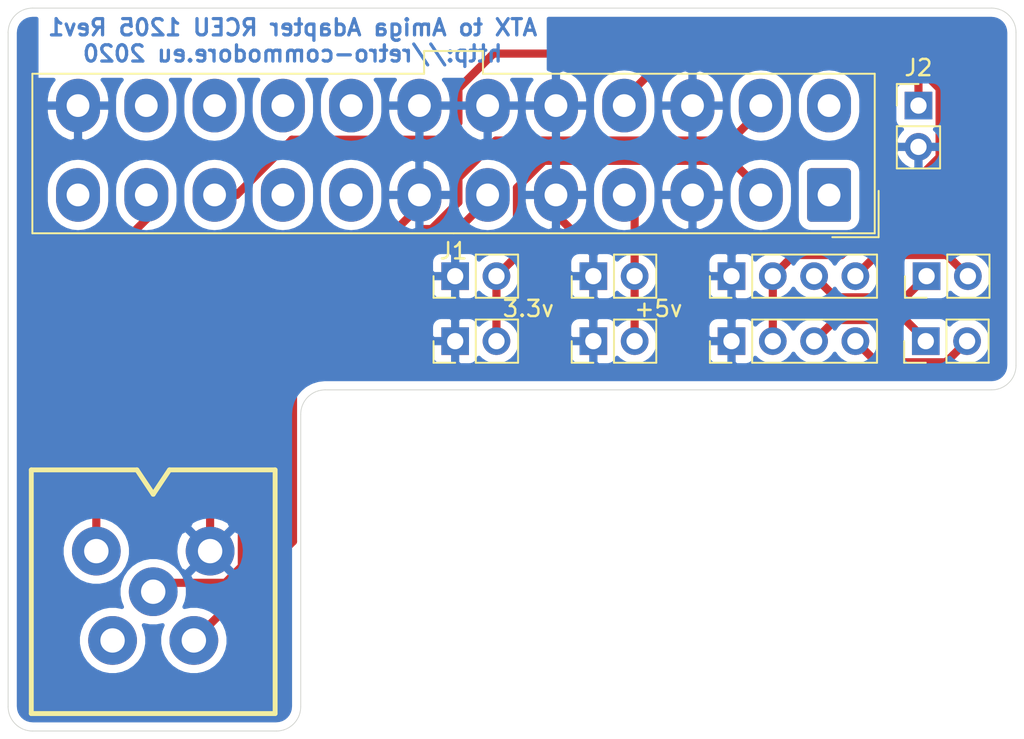
<source format=kicad_pcb>
(kicad_pcb (version 20171130) (host pcbnew "(5.1.5)-3")

  (general
    (thickness 1.6)
    (drawings 15)
    (tracks 74)
    (zones 0)
    (modules 11)
    (nets 15)
  )

  (page A4)
  (title_block
    (title "RCEU 1205 - ATX to Amiga power adapter")
    (date 2020-04-06)
    (rev 1)
    (comment 3 "by Tomse in 2020")
    (comment 4 "http://retro-commodore.eu 2020")
  )

  (layers
    (0 F.Cu signal)
    (31 B.Cu signal)
    (32 B.Adhes user)
    (33 F.Adhes user)
    (34 B.Paste user)
    (35 F.Paste user)
    (36 B.SilkS user)
    (37 F.SilkS user)
    (38 B.Mask user)
    (39 F.Mask user)
    (40 Dwgs.User user)
    (41 Cmts.User user)
    (42 Eco1.User user)
    (43 Eco2.User user)
    (44 Edge.Cuts user)
    (45 Margin user)
    (46 B.CrtYd user)
    (47 F.CrtYd user)
    (48 B.Fab user)
    (49 F.Fab user)
  )

  (setup
    (last_trace_width 0.5)
    (trace_clearance 0.2)
    (zone_clearance 0.508)
    (zone_45_only no)
    (trace_min 0.2)
    (via_size 0.8)
    (via_drill 0.4)
    (via_min_size 0.4)
    (via_min_drill 0.3)
    (uvia_size 0.3)
    (uvia_drill 0.1)
    (uvias_allowed no)
    (uvia_min_size 0.2)
    (uvia_min_drill 0.1)
    (edge_width 0.05)
    (segment_width 0.2)
    (pcb_text_width 0.3)
    (pcb_text_size 1.5 1.5)
    (mod_edge_width 0.12)
    (mod_text_size 1 1)
    (mod_text_width 0.15)
    (pad_size 1.524 1.524)
    (pad_drill 0.762)
    (pad_to_mask_clearance 0.051)
    (solder_mask_min_width 0.25)
    (aux_axis_origin 0 0)
    (visible_elements FFFFFF7F)
    (pcbplotparams
      (layerselection 0x010fc_ffffffff)
      (usegerberextensions false)
      (usegerberattributes false)
      (usegerberadvancedattributes false)
      (creategerberjobfile false)
      (excludeedgelayer true)
      (linewidth 0.100000)
      (plotframeref false)
      (viasonmask false)
      (mode 1)
      (useauxorigin false)
      (hpglpennumber 1)
      (hpglpenspeed 20)
      (hpglpendiameter 15.000000)
      (psnegative false)
      (psa4output false)
      (plotreference true)
      (plotvalue true)
      (plotinvisibletext false)
      (padsonsilk false)
      (subtractmaskfromsilk false)
      (outputformat 1)
      (mirror false)
      (drillshape 0)
      (scaleselection 1)
      (outputdirectory "Gerber/"))
  )

  (net 0 "")
  (net 1 "Net-(J1-Pad20)")
  (net 2 "Net-(J1-Pad9)")
  (net 3 "Net-(J1-Pad8)")
  (net 4 "Net-(J3-Pad3)")
  (net 5 GNDREF)
  (net 6 /+5v)
  (net 7 /PWRON)
  (net 8 /-12v)
  (net 9 /+12v)
  (net 10 /+3.3v)
  (net 11 "Net-(J4-Pad4)")
  (net 12 "Net-(J4-Pad3)")
  (net 13 "Net-(J5-Pad4)")
  (net 14 "Net-(J5-Pad3)")

  (net_class Default "This is the default net class."
    (clearance 0.2)
    (trace_width 0.5)
    (via_dia 0.8)
    (via_drill 0.4)
    (uvia_dia 0.3)
    (uvia_drill 0.1)
    (add_net /+12v)
    (add_net /+3.3v)
    (add_net /+5v)
    (add_net /-12v)
    (add_net /PWRON)
    (add_net GNDREF)
    (add_net "Net-(J1-Pad20)")
    (add_net "Net-(J1-Pad8)")
    (add_net "Net-(J1-Pad9)")
    (add_net "Net-(J3-Pad3)")
    (add_net "Net-(J4-Pad3)")
    (add_net "Net-(J4-Pad4)")
    (add_net "Net-(J5-Pad3)")
    (add_net "Net-(J5-Pad4)")
  )

  (net_class Signal ""
    (clearance 0.2)
    (trace_width 0.5)
    (via_dia 0.8)
    (via_drill 0.4)
    (uvia_dia 0.3)
    (uvia_drill 0.1)
  )

  (module Connector_PinHeader_2.54mm:PinHeader_1x02_P2.54mm_Vertical (layer F.Cu) (tedit 59FED5CC) (tstamp 5E8B9B32)
    (at 160 73)
    (descr "Through hole straight pin header, 1x02, 2.54mm pitch, single row")
    (tags "Through hole pin header THT 1x02 2.54mm single row")
    (path /5E8B8529)
    (fp_text reference J2 (at 0 -2.33) (layer F.SilkS)
      (effects (font (size 1 1) (thickness 0.15)))
    )
    (fp_text value Conn_01x02 (at 0 4.87) (layer F.Fab)
      (effects (font (size 1 1) (thickness 0.15)))
    )
    (fp_text user %R (at 0 1.27 90) (layer F.Fab)
      (effects (font (size 1 1) (thickness 0.15)))
    )
    (fp_line (start 1.8 -1.8) (end -1.8 -1.8) (layer F.CrtYd) (width 0.05))
    (fp_line (start 1.8 4.35) (end 1.8 -1.8) (layer F.CrtYd) (width 0.05))
    (fp_line (start -1.8 4.35) (end 1.8 4.35) (layer F.CrtYd) (width 0.05))
    (fp_line (start -1.8 -1.8) (end -1.8 4.35) (layer F.CrtYd) (width 0.05))
    (fp_line (start -1.33 -1.33) (end 0 -1.33) (layer F.SilkS) (width 0.12))
    (fp_line (start -1.33 0) (end -1.33 -1.33) (layer F.SilkS) (width 0.12))
    (fp_line (start -1.33 1.27) (end 1.33 1.27) (layer F.SilkS) (width 0.12))
    (fp_line (start 1.33 1.27) (end 1.33 3.87) (layer F.SilkS) (width 0.12))
    (fp_line (start -1.33 1.27) (end -1.33 3.87) (layer F.SilkS) (width 0.12))
    (fp_line (start -1.33 3.87) (end 1.33 3.87) (layer F.SilkS) (width 0.12))
    (fp_line (start -1.27 -0.635) (end -0.635 -1.27) (layer F.Fab) (width 0.1))
    (fp_line (start -1.27 3.81) (end -1.27 -0.635) (layer F.Fab) (width 0.1))
    (fp_line (start 1.27 3.81) (end -1.27 3.81) (layer F.Fab) (width 0.1))
    (fp_line (start 1.27 -1.27) (end 1.27 3.81) (layer F.Fab) (width 0.1))
    (fp_line (start -0.635 -1.27) (end 1.27 -1.27) (layer F.Fab) (width 0.1))
    (pad 2 thru_hole oval (at 0 2.54) (size 1.7 1.7) (drill 1) (layers *.Cu *.Mask)
      (net 5 GNDREF))
    (pad 1 thru_hole rect (at 0 0) (size 1.7 1.7) (drill 1) (layers *.Cu *.Mask)
      (net 7 /PWRON))
    (model ${KISYS3DMOD}/Connector_PinHeader_2.54mm.3dshapes/PinHeader_1x02_P2.54mm_Vertical.wrl
      (at (xyz 0 0 0))
      (scale (xyz 1 1 1))
      (rotate (xyz 0 0 0))
    )
  )

  (module Connector_PinHeader_2.54mm:PinHeader_1x02_P2.54mm_Vertical (layer F.Cu) (tedit 59FED5CC) (tstamp 5E8BAC66)
    (at 131.5 83.5 90)
    (descr "Through hole straight pin header, 1x02, 2.54mm pitch, single row")
    (tags "Through hole pin header THT 1x02 2.54mm single row")
    (path /5E8C433A)
    (fp_text reference J11 (at 0 -2.33 90) (layer F.SilkS) hide
      (effects (font (size 1 1) (thickness 0.15)))
    )
    (fp_text value Conn_01x02 (at 0 4.87 90) (layer F.Fab)
      (effects (font (size 1 1) (thickness 0.15)))
    )
    (fp_text user %R (at 0 1.27) (layer F.Fab)
      (effects (font (size 1 1) (thickness 0.15)))
    )
    (fp_line (start 1.8 -1.8) (end -1.8 -1.8) (layer F.CrtYd) (width 0.05))
    (fp_line (start 1.8 4.35) (end 1.8 -1.8) (layer F.CrtYd) (width 0.05))
    (fp_line (start -1.8 4.35) (end 1.8 4.35) (layer F.CrtYd) (width 0.05))
    (fp_line (start -1.8 -1.8) (end -1.8 4.35) (layer F.CrtYd) (width 0.05))
    (fp_line (start -1.33 -1.33) (end 0 -1.33) (layer F.SilkS) (width 0.12))
    (fp_line (start -1.33 0) (end -1.33 -1.33) (layer F.SilkS) (width 0.12))
    (fp_line (start -1.33 1.27) (end 1.33 1.27) (layer F.SilkS) (width 0.12))
    (fp_line (start 1.33 1.27) (end 1.33 3.87) (layer F.SilkS) (width 0.12))
    (fp_line (start -1.33 1.27) (end -1.33 3.87) (layer F.SilkS) (width 0.12))
    (fp_line (start -1.33 3.87) (end 1.33 3.87) (layer F.SilkS) (width 0.12))
    (fp_line (start -1.27 -0.635) (end -0.635 -1.27) (layer F.Fab) (width 0.1))
    (fp_line (start -1.27 3.81) (end -1.27 -0.635) (layer F.Fab) (width 0.1))
    (fp_line (start 1.27 3.81) (end -1.27 3.81) (layer F.Fab) (width 0.1))
    (fp_line (start 1.27 -1.27) (end 1.27 3.81) (layer F.Fab) (width 0.1))
    (fp_line (start -0.635 -1.27) (end 1.27 -1.27) (layer F.Fab) (width 0.1))
    (pad 2 thru_hole oval (at 0 2.54 90) (size 1.7 1.7) (drill 1) (layers *.Cu *.Mask)
      (net 10 /+3.3v))
    (pad 1 thru_hole rect (at 0 0 90) (size 1.7 1.7) (drill 1) (layers *.Cu *.Mask)
      (net 5 GNDREF))
    (model ${KISYS3DMOD}/Connector_PinHeader_2.54mm.3dshapes/PinHeader_1x02_P2.54mm_Vertical.wrl
      (at (xyz 0 0 0))
      (scale (xyz 1 1 1))
      (rotate (xyz 0 0 0))
    )
  )

  (module Connector_PinHeader_2.54mm:PinHeader_1x02_P2.54mm_Vertical (layer F.Cu) (tedit 59FED5CC) (tstamp 5E8BAC50)
    (at 131.5 87.5 90)
    (descr "Through hole straight pin header, 1x02, 2.54mm pitch, single row")
    (tags "Through hole pin header THT 1x02 2.54mm single row")
    (path /5E8C3E9D)
    (fp_text reference J10 (at 0 -2.33 90) (layer F.SilkS) hide
      (effects (font (size 1 1) (thickness 0.15)))
    )
    (fp_text value Conn_01x02 (at 0 4.87 90) (layer F.Fab)
      (effects (font (size 1 1) (thickness 0.15)))
    )
    (fp_text user %R (at 0 1.27) (layer F.Fab)
      (effects (font (size 1 1) (thickness 0.15)))
    )
    (fp_line (start 1.8 -1.8) (end -1.8 -1.8) (layer F.CrtYd) (width 0.05))
    (fp_line (start 1.8 4.35) (end 1.8 -1.8) (layer F.CrtYd) (width 0.05))
    (fp_line (start -1.8 4.35) (end 1.8 4.35) (layer F.CrtYd) (width 0.05))
    (fp_line (start -1.8 -1.8) (end -1.8 4.35) (layer F.CrtYd) (width 0.05))
    (fp_line (start -1.33 -1.33) (end 0 -1.33) (layer F.SilkS) (width 0.12))
    (fp_line (start -1.33 0) (end -1.33 -1.33) (layer F.SilkS) (width 0.12))
    (fp_line (start -1.33 1.27) (end 1.33 1.27) (layer F.SilkS) (width 0.12))
    (fp_line (start 1.33 1.27) (end 1.33 3.87) (layer F.SilkS) (width 0.12))
    (fp_line (start -1.33 1.27) (end -1.33 3.87) (layer F.SilkS) (width 0.12))
    (fp_line (start -1.33 3.87) (end 1.33 3.87) (layer F.SilkS) (width 0.12))
    (fp_line (start -1.27 -0.635) (end -0.635 -1.27) (layer F.Fab) (width 0.1))
    (fp_line (start -1.27 3.81) (end -1.27 -0.635) (layer F.Fab) (width 0.1))
    (fp_line (start 1.27 3.81) (end -1.27 3.81) (layer F.Fab) (width 0.1))
    (fp_line (start 1.27 -1.27) (end 1.27 3.81) (layer F.Fab) (width 0.1))
    (fp_line (start -0.635 -1.27) (end 1.27 -1.27) (layer F.Fab) (width 0.1))
    (pad 2 thru_hole oval (at 0 2.54 90) (size 1.7 1.7) (drill 1) (layers *.Cu *.Mask)
      (net 10 /+3.3v))
    (pad 1 thru_hole rect (at 0 0 90) (size 1.7 1.7) (drill 1) (layers *.Cu *.Mask)
      (net 5 GNDREF))
    (model ${KISYS3DMOD}/Connector_PinHeader_2.54mm.3dshapes/PinHeader_1x02_P2.54mm_Vertical.wrl
      (at (xyz 0 0 0))
      (scale (xyz 1 1 1))
      (rotate (xyz 0 0 0))
    )
  )

  (module Connector_PinHeader_2.54mm:PinHeader_1x02_P2.54mm_Vertical (layer F.Cu) (tedit 59FED5CC) (tstamp 5E8BAC3A)
    (at 140 87.5 90)
    (descr "Through hole straight pin header, 1x02, 2.54mm pitch, single row")
    (tags "Through hole pin header THT 1x02 2.54mm single row")
    (path /5E8C3893)
    (fp_text reference J9 (at 0 -2.33 90) (layer F.SilkS) hide
      (effects (font (size 1 1) (thickness 0.15)))
    )
    (fp_text value Conn_01x02 (at 0 4.87 90) (layer F.Fab)
      (effects (font (size 1 1) (thickness 0.15)))
    )
    (fp_text user %R (at 0 1.27) (layer F.Fab)
      (effects (font (size 1 1) (thickness 0.15)))
    )
    (fp_line (start 1.8 -1.8) (end -1.8 -1.8) (layer F.CrtYd) (width 0.05))
    (fp_line (start 1.8 4.35) (end 1.8 -1.8) (layer F.CrtYd) (width 0.05))
    (fp_line (start -1.8 4.35) (end 1.8 4.35) (layer F.CrtYd) (width 0.05))
    (fp_line (start -1.8 -1.8) (end -1.8 4.35) (layer F.CrtYd) (width 0.05))
    (fp_line (start -1.33 -1.33) (end 0 -1.33) (layer F.SilkS) (width 0.12))
    (fp_line (start -1.33 0) (end -1.33 -1.33) (layer F.SilkS) (width 0.12))
    (fp_line (start -1.33 1.27) (end 1.33 1.27) (layer F.SilkS) (width 0.12))
    (fp_line (start 1.33 1.27) (end 1.33 3.87) (layer F.SilkS) (width 0.12))
    (fp_line (start -1.33 1.27) (end -1.33 3.87) (layer F.SilkS) (width 0.12))
    (fp_line (start -1.33 3.87) (end 1.33 3.87) (layer F.SilkS) (width 0.12))
    (fp_line (start -1.27 -0.635) (end -0.635 -1.27) (layer F.Fab) (width 0.1))
    (fp_line (start -1.27 3.81) (end -1.27 -0.635) (layer F.Fab) (width 0.1))
    (fp_line (start 1.27 3.81) (end -1.27 3.81) (layer F.Fab) (width 0.1))
    (fp_line (start 1.27 -1.27) (end 1.27 3.81) (layer F.Fab) (width 0.1))
    (fp_line (start -0.635 -1.27) (end 1.27 -1.27) (layer F.Fab) (width 0.1))
    (pad 2 thru_hole oval (at 0 2.54 90) (size 1.7 1.7) (drill 1) (layers *.Cu *.Mask)
      (net 6 /+5v))
    (pad 1 thru_hole rect (at 0 0 90) (size 1.7 1.7) (drill 1) (layers *.Cu *.Mask)
      (net 5 GNDREF))
    (model ${KISYS3DMOD}/Connector_PinHeader_2.54mm.3dshapes/PinHeader_1x02_P2.54mm_Vertical.wrl
      (at (xyz 0 0 0))
      (scale (xyz 1 1 1))
      (rotate (xyz 0 0 0))
    )
  )

  (module Connector_PinHeader_2.54mm:PinHeader_1x02_P2.54mm_Vertical (layer F.Cu) (tedit 59FED5CC) (tstamp 5E8BAC24)
    (at 140 83.5 90)
    (descr "Through hole straight pin header, 1x02, 2.54mm pitch, single row")
    (tags "Through hole pin header THT 1x02 2.54mm single row")
    (path /5E8C2834)
    (fp_text reference J8 (at 0 -2.33 90) (layer F.SilkS) hide
      (effects (font (size 1 1) (thickness 0.15)))
    )
    (fp_text value Conn_01x02 (at 0 4.87 90) (layer F.Fab)
      (effects (font (size 1 1) (thickness 0.15)))
    )
    (fp_text user %R (at 0 1.27) (layer F.Fab)
      (effects (font (size 1 1) (thickness 0.15)))
    )
    (fp_line (start 1.8 -1.8) (end -1.8 -1.8) (layer F.CrtYd) (width 0.05))
    (fp_line (start 1.8 4.35) (end 1.8 -1.8) (layer F.CrtYd) (width 0.05))
    (fp_line (start -1.8 4.35) (end 1.8 4.35) (layer F.CrtYd) (width 0.05))
    (fp_line (start -1.8 -1.8) (end -1.8 4.35) (layer F.CrtYd) (width 0.05))
    (fp_line (start -1.33 -1.33) (end 0 -1.33) (layer F.SilkS) (width 0.12))
    (fp_line (start -1.33 0) (end -1.33 -1.33) (layer F.SilkS) (width 0.12))
    (fp_line (start -1.33 1.27) (end 1.33 1.27) (layer F.SilkS) (width 0.12))
    (fp_line (start 1.33 1.27) (end 1.33 3.87) (layer F.SilkS) (width 0.12))
    (fp_line (start -1.33 1.27) (end -1.33 3.87) (layer F.SilkS) (width 0.12))
    (fp_line (start -1.33 3.87) (end 1.33 3.87) (layer F.SilkS) (width 0.12))
    (fp_line (start -1.27 -0.635) (end -0.635 -1.27) (layer F.Fab) (width 0.1))
    (fp_line (start -1.27 3.81) (end -1.27 -0.635) (layer F.Fab) (width 0.1))
    (fp_line (start 1.27 3.81) (end -1.27 3.81) (layer F.Fab) (width 0.1))
    (fp_line (start 1.27 -1.27) (end 1.27 3.81) (layer F.Fab) (width 0.1))
    (fp_line (start -0.635 -1.27) (end 1.27 -1.27) (layer F.Fab) (width 0.1))
    (pad 2 thru_hole oval (at 0 2.54 90) (size 1.7 1.7) (drill 1) (layers *.Cu *.Mask)
      (net 6 /+5v))
    (pad 1 thru_hole rect (at 0 0 90) (size 1.7 1.7) (drill 1) (layers *.Cu *.Mask)
      (net 5 GNDREF))
    (model ${KISYS3DMOD}/Connector_PinHeader_2.54mm.3dshapes/PinHeader_1x02_P2.54mm_Vertical.wrl
      (at (xyz 0 0 0))
      (scale (xyz 1 1 1))
      (rotate (xyz 0 0 0))
    )
  )

  (module Connector_PinHeader_2.54mm:PinHeader_1x02_P2.54mm_Vertical (layer F.Cu) (tedit 59FED5CC) (tstamp 5E8BADE2)
    (at 160.45 87.5 90)
    (descr "Through hole straight pin header, 1x02, 2.54mm pitch, single row")
    (tags "Through hole pin header THT 1x02 2.54mm single row")
    (path /5E8DF026)
    (fp_text reference J7 (at 0 -2.33 90) (layer F.SilkS) hide
      (effects (font (size 1 1) (thickness 0.15)))
    )
    (fp_text value Conn_01x02 (at 0 4.87 90) (layer F.Fab)
      (effects (font (size 1 1) (thickness 0.15)))
    )
    (fp_text user %R (at 0 1.27) (layer F.Fab)
      (effects (font (size 1 1) (thickness 0.15)))
    )
    (fp_line (start 1.8 -1.8) (end -1.8 -1.8) (layer F.CrtYd) (width 0.05))
    (fp_line (start 1.8 4.35) (end 1.8 -1.8) (layer F.CrtYd) (width 0.05))
    (fp_line (start -1.8 4.35) (end 1.8 4.35) (layer F.CrtYd) (width 0.05))
    (fp_line (start -1.8 -1.8) (end -1.8 4.35) (layer F.CrtYd) (width 0.05))
    (fp_line (start -1.33 -1.33) (end 0 -1.33) (layer F.SilkS) (width 0.12))
    (fp_line (start -1.33 0) (end -1.33 -1.33) (layer F.SilkS) (width 0.12))
    (fp_line (start -1.33 1.27) (end 1.33 1.27) (layer F.SilkS) (width 0.12))
    (fp_line (start 1.33 1.27) (end 1.33 3.87) (layer F.SilkS) (width 0.12))
    (fp_line (start -1.33 1.27) (end -1.33 3.87) (layer F.SilkS) (width 0.12))
    (fp_line (start -1.33 3.87) (end 1.33 3.87) (layer F.SilkS) (width 0.12))
    (fp_line (start -1.27 -0.635) (end -0.635 -1.27) (layer F.Fab) (width 0.1))
    (fp_line (start -1.27 3.81) (end -1.27 -0.635) (layer F.Fab) (width 0.1))
    (fp_line (start 1.27 3.81) (end -1.27 3.81) (layer F.Fab) (width 0.1))
    (fp_line (start 1.27 -1.27) (end 1.27 3.81) (layer F.Fab) (width 0.1))
    (fp_line (start -0.635 -1.27) (end 1.27 -1.27) (layer F.Fab) (width 0.1))
    (pad 2 thru_hole oval (at 0 2.54 90) (size 1.7 1.7) (drill 1) (layers *.Cu *.Mask)
      (net 13 "Net-(J5-Pad4)"))
    (pad 1 thru_hole rect (at 0 0 90) (size 1.7 1.7) (drill 1) (layers *.Cu *.Mask)
      (net 14 "Net-(J5-Pad3)"))
    (model ${KISYS3DMOD}/Connector_PinHeader_2.54mm.3dshapes/PinHeader_1x02_P2.54mm_Vertical.wrl
      (at (xyz 0 0 0))
      (scale (xyz 1 1 1))
      (rotate (xyz 0 0 0))
    )
  )

  (module Connector_PinHeader_2.54mm:PinHeader_1x02_P2.54mm_Vertical (layer F.Cu) (tedit 59FED5CC) (tstamp 5E8BABF8)
    (at 160.5 83.5 90)
    (descr "Through hole straight pin header, 1x02, 2.54mm pitch, single row")
    (tags "Through hole pin header THT 1x02 2.54mm single row")
    (path /5E8DE1D6)
    (fp_text reference J6 (at 0 -2.33 90) (layer F.SilkS) hide
      (effects (font (size 1 1) (thickness 0.15)))
    )
    (fp_text value Conn_01x02 (at 0 4.87 90) (layer F.Fab)
      (effects (font (size 1 1) (thickness 0.15)))
    )
    (fp_text user %R (at 0 1.27) (layer F.Fab)
      (effects (font (size 1 1) (thickness 0.15)))
    )
    (fp_line (start 1.8 -1.8) (end -1.8 -1.8) (layer F.CrtYd) (width 0.05))
    (fp_line (start 1.8 4.35) (end 1.8 -1.8) (layer F.CrtYd) (width 0.05))
    (fp_line (start -1.8 4.35) (end 1.8 4.35) (layer F.CrtYd) (width 0.05))
    (fp_line (start -1.8 -1.8) (end -1.8 4.35) (layer F.CrtYd) (width 0.05))
    (fp_line (start -1.33 -1.33) (end 0 -1.33) (layer F.SilkS) (width 0.12))
    (fp_line (start -1.33 0) (end -1.33 -1.33) (layer F.SilkS) (width 0.12))
    (fp_line (start -1.33 1.27) (end 1.33 1.27) (layer F.SilkS) (width 0.12))
    (fp_line (start 1.33 1.27) (end 1.33 3.87) (layer F.SilkS) (width 0.12))
    (fp_line (start -1.33 1.27) (end -1.33 3.87) (layer F.SilkS) (width 0.12))
    (fp_line (start -1.33 3.87) (end 1.33 3.87) (layer F.SilkS) (width 0.12))
    (fp_line (start -1.27 -0.635) (end -0.635 -1.27) (layer F.Fab) (width 0.1))
    (fp_line (start -1.27 3.81) (end -1.27 -0.635) (layer F.Fab) (width 0.1))
    (fp_line (start 1.27 3.81) (end -1.27 3.81) (layer F.Fab) (width 0.1))
    (fp_line (start 1.27 -1.27) (end 1.27 3.81) (layer F.Fab) (width 0.1))
    (fp_line (start -0.635 -1.27) (end 1.27 -1.27) (layer F.Fab) (width 0.1))
    (pad 2 thru_hole oval (at 0 2.54 90) (size 1.7 1.7) (drill 1) (layers *.Cu *.Mask)
      (net 11 "Net-(J4-Pad4)"))
    (pad 1 thru_hole rect (at 0 0 90) (size 1.7 1.7) (drill 1) (layers *.Cu *.Mask)
      (net 12 "Net-(J4-Pad3)"))
    (model ${KISYS3DMOD}/Connector_PinHeader_2.54mm.3dshapes/PinHeader_1x02_P2.54mm_Vertical.wrl
      (at (xyz 0 0 0))
      (scale (xyz 1 1 1))
      (rotate (xyz 0 0 0))
    )
  )

  (module Connector_PinHeader_2.54mm:PinHeader_1x04_P2.54mm_Vertical (layer F.Cu) (tedit 59FED5CC) (tstamp 5E8BABE2)
    (at 148.5 87.5 90)
    (descr "Through hole straight pin header, 1x04, 2.54mm pitch, single row")
    (tags "Through hole pin header THT 1x04 2.54mm single row")
    (path /5E8D7FD4)
    (fp_text reference J5 (at 0 -2.33 90) (layer F.SilkS) hide
      (effects (font (size 1 1) (thickness 0.15)))
    )
    (fp_text value Conn_01x04 (at 0 9.95 90) (layer F.Fab)
      (effects (font (size 1 1) (thickness 0.15)))
    )
    (fp_text user %R (at 0 3.81) (layer F.Fab)
      (effects (font (size 1 1) (thickness 0.15)))
    )
    (fp_line (start 1.8 -1.8) (end -1.8 -1.8) (layer F.CrtYd) (width 0.05))
    (fp_line (start 1.8 9.4) (end 1.8 -1.8) (layer F.CrtYd) (width 0.05))
    (fp_line (start -1.8 9.4) (end 1.8 9.4) (layer F.CrtYd) (width 0.05))
    (fp_line (start -1.8 -1.8) (end -1.8 9.4) (layer F.CrtYd) (width 0.05))
    (fp_line (start -1.33 -1.33) (end 0 -1.33) (layer F.SilkS) (width 0.12))
    (fp_line (start -1.33 0) (end -1.33 -1.33) (layer F.SilkS) (width 0.12))
    (fp_line (start -1.33 1.27) (end 1.33 1.27) (layer F.SilkS) (width 0.12))
    (fp_line (start 1.33 1.27) (end 1.33 8.95) (layer F.SilkS) (width 0.12))
    (fp_line (start -1.33 1.27) (end -1.33 8.95) (layer F.SilkS) (width 0.12))
    (fp_line (start -1.33 8.95) (end 1.33 8.95) (layer F.SilkS) (width 0.12))
    (fp_line (start -1.27 -0.635) (end -0.635 -1.27) (layer F.Fab) (width 0.1))
    (fp_line (start -1.27 8.89) (end -1.27 -0.635) (layer F.Fab) (width 0.1))
    (fp_line (start 1.27 8.89) (end -1.27 8.89) (layer F.Fab) (width 0.1))
    (fp_line (start 1.27 -1.27) (end 1.27 8.89) (layer F.Fab) (width 0.1))
    (fp_line (start -0.635 -1.27) (end 1.27 -1.27) (layer F.Fab) (width 0.1))
    (pad 4 thru_hole oval (at 0 7.62 90) (size 1.7 1.7) (drill 1) (layers *.Cu *.Mask)
      (net 13 "Net-(J5-Pad4)"))
    (pad 3 thru_hole oval (at 0 5.08 90) (size 1.7 1.7) (drill 1) (layers *.Cu *.Mask)
      (net 14 "Net-(J5-Pad3)"))
    (pad 2 thru_hole oval (at 0 2.54 90) (size 1.7 1.7) (drill 1) (layers *.Cu *.Mask)
      (net 9 /+12v))
    (pad 1 thru_hole rect (at 0 0 90) (size 1.7 1.7) (drill 1) (layers *.Cu *.Mask)
      (net 5 GNDREF))
    (model ${KISYS3DMOD}/Connector_PinHeader_2.54mm.3dshapes/PinHeader_1x04_P2.54mm_Vertical.wrl
      (at (xyz 0 0 0))
      (scale (xyz 1 1 1))
      (rotate (xyz 0 0 0))
    )
  )

  (module Connector_PinHeader_2.54mm:PinHeader_1x04_P2.54mm_Vertical (layer F.Cu) (tedit 59FED5CC) (tstamp 5E8BABCA)
    (at 148.5 83.5 90)
    (descr "Through hole straight pin header, 1x04, 2.54mm pitch, single row")
    (tags "Through hole pin header THT 1x04 2.54mm single row")
    (path /5E8D0395)
    (fp_text reference J4 (at 0 -2.33 90) (layer F.SilkS) hide
      (effects (font (size 1 1) (thickness 0.15)))
    )
    (fp_text value Conn_01x04 (at 0 9.95 90) (layer F.Fab)
      (effects (font (size 1 1) (thickness 0.15)))
    )
    (fp_text user %R (at 0 3.81 270) (layer F.Fab)
      (effects (font (size 1 1) (thickness 0.15)))
    )
    (fp_line (start 1.8 -1.8) (end -1.8 -1.8) (layer F.CrtYd) (width 0.05))
    (fp_line (start 1.8 9.4) (end 1.8 -1.8) (layer F.CrtYd) (width 0.05))
    (fp_line (start -1.8 9.4) (end 1.8 9.4) (layer F.CrtYd) (width 0.05))
    (fp_line (start -1.8 -1.8) (end -1.8 9.4) (layer F.CrtYd) (width 0.05))
    (fp_line (start -1.33 -1.33) (end 0 -1.33) (layer F.SilkS) (width 0.12))
    (fp_line (start -1.33 0) (end -1.33 -1.33) (layer F.SilkS) (width 0.12))
    (fp_line (start -1.33 1.27) (end 1.33 1.27) (layer F.SilkS) (width 0.12))
    (fp_line (start 1.33 1.27) (end 1.33 8.95) (layer F.SilkS) (width 0.12))
    (fp_line (start -1.33 1.27) (end -1.33 8.95) (layer F.SilkS) (width 0.12))
    (fp_line (start -1.33 8.95) (end 1.33 8.95) (layer F.SilkS) (width 0.12))
    (fp_line (start -1.27 -0.635) (end -0.635 -1.27) (layer F.Fab) (width 0.1))
    (fp_line (start -1.27 8.89) (end -1.27 -0.635) (layer F.Fab) (width 0.1))
    (fp_line (start 1.27 8.89) (end -1.27 8.89) (layer F.Fab) (width 0.1))
    (fp_line (start 1.27 -1.27) (end 1.27 8.89) (layer F.Fab) (width 0.1))
    (fp_line (start -0.635 -1.27) (end 1.27 -1.27) (layer F.Fab) (width 0.1))
    (pad 4 thru_hole oval (at 0 7.62 90) (size 1.7 1.7) (drill 1) (layers *.Cu *.Mask)
      (net 11 "Net-(J4-Pad4)"))
    (pad 3 thru_hole oval (at 0 5.08 90) (size 1.7 1.7) (drill 1) (layers *.Cu *.Mask)
      (net 12 "Net-(J4-Pad3)"))
    (pad 2 thru_hole oval (at 0 2.54 90) (size 1.7 1.7) (drill 1) (layers *.Cu *.Mask)
      (net 9 /+12v))
    (pad 1 thru_hole rect (at 0 0 90) (size 1.7 1.7) (drill 1) (layers *.Cu *.Mask)
      (net 5 GNDREF))
    (model ${KISYS3DMOD}/Connector_PinHeader_2.54mm.3dshapes/PinHeader_1x04_P2.54mm_Vertical.wrl
      (at (xyz 0 0 0))
      (scale (xyz 1 1 1))
      (rotate (xyz 0 0 0))
    )
  )

  (module Footprints:Connector_DIN_Square_5pin (layer F.Cu) (tedit 5E8B3E22) (tstamp 5E8B960E)
    (at 112.925 102.925)
    (path /5E8BAC9A)
    (fp_text reference J3 (at 0 0.5) (layer F.SilkS) hide
      (effects (font (size 1 1) (thickness 0.15)))
    )
    (fp_text value Conn_01x05 (at 0 -0.5) (layer F.Fab)
      (effects (font (size 1 1) (thickness 0.15)))
    )
    (fp_line (start 1 -7.5) (end 7.5 -7.5) (layer F.SilkS) (width 0.3))
    (fp_line (start -7.5 -7.5) (end -1 -7.5) (layer F.SilkS) (width 0.3))
    (fp_line (start -1 -7.5) (end 0 -6) (layer F.SilkS) (width 0.3))
    (fp_line (start 1 -7.5) (end 0 -6) (layer F.SilkS) (width 0.3))
    (fp_line (start 7.5 7.5) (end 7.5 -7.5) (layer F.SilkS) (width 0.3))
    (fp_line (start -7.5 7.5) (end 7.5 7.5) (layer F.SilkS) (width 0.3))
    (fp_line (start -7.5 -7.5) (end -7.5 7.5) (layer F.SilkS) (width 0.3))
    (pad 5 thru_hole circle (at 0 0) (size 3 3) (drill 1.5) (layers *.Cu *.Mask)
      (net 8 /-12v))
    (pad 4 thru_hole circle (at -3.5 -2.5) (size 3 3) (drill 1.5) (layers *.Cu *.Mask)
      (net 9 /+12v))
    (pad 3 thru_hole circle (at -2.5 3) (size 3 3) (drill 1.5) (layers *.Cu *.Mask)
      (net 4 "Net-(J3-Pad3)"))
    (pad 2 thru_hole circle (at 2.5 3) (size 3 3) (drill 1.5) (layers *.Cu *.Mask)
      (net 6 /+5v))
    (pad 1 thru_hole circle (at 3.5 -2.5) (size 3 3) (drill 1.5) (layers *.Cu *.Mask)
      (net 5 GNDREF))
  )

  (module Connector_Molex:Molex_Mini-Fit_Jr_5566-24A_2x12_P4.20mm_Vertical (layer F.Cu) (tedit 5B781992) (tstamp 5E8B95E8)
    (at 154.5 78.5 180)
    (descr "Molex Mini-Fit Jr. Power Connectors, old mpn/engineering number: 5566-24A, example for new mpn: 39-28-x24x, 12 Pins per row, Mounting:  (http://www.molex.com/pdm_docs/sd/039281043_sd.pdf), generated with kicad-footprint-generator")
    (tags "connector Molex Mini-Fit_Jr side entry")
    (path /5E8B3602)
    (fp_text reference J1 (at 23.1 -3.45) (layer F.SilkS)
      (effects (font (size 1 1) (thickness 0.15)))
    )
    (fp_text value ATX-24 (at 23.1 9.95) (layer F.Fab)
      (effects (font (size 1 1) (thickness 0.15)))
    )
    (fp_text user %R (at 23.1 -1.55) (layer F.Fab)
      (effects (font (size 1 1) (thickness 0.15)))
    )
    (fp_line (start 49.4 -2.75) (end -3.2 -2.75) (layer F.CrtYd) (width 0.05))
    (fp_line (start 49.4 9.25) (end 49.4 -2.75) (layer F.CrtYd) (width 0.05))
    (fp_line (start -3.2 9.25) (end 49.4 9.25) (layer F.CrtYd) (width 0.05))
    (fp_line (start -3.2 -2.75) (end -3.2 9.25) (layer F.CrtYd) (width 0.05))
    (fp_line (start -3.05 -2.6) (end -3.05 0.25) (layer F.Fab) (width 0.1))
    (fp_line (start -0.2 -2.6) (end -3.05 -2.6) (layer F.Fab) (width 0.1))
    (fp_line (start -3.05 -2.6) (end -3.05 0.25) (layer F.SilkS) (width 0.12))
    (fp_line (start -0.2 -2.6) (end -3.05 -2.6) (layer F.SilkS) (width 0.12))
    (fp_line (start 24.91 8.86) (end 23.1 8.86) (layer F.SilkS) (width 0.12))
    (fp_line (start 24.91 7.46) (end 24.91 8.86) (layer F.SilkS) (width 0.12))
    (fp_line (start 49.01 7.46) (end 24.91 7.46) (layer F.SilkS) (width 0.12))
    (fp_line (start 49.01 -2.36) (end 49.01 7.46) (layer F.SilkS) (width 0.12))
    (fp_line (start 23.1 -2.36) (end 49.01 -2.36) (layer F.SilkS) (width 0.12))
    (fp_line (start 21.29 8.86) (end 23.1 8.86) (layer F.SilkS) (width 0.12))
    (fp_line (start 21.29 7.46) (end 21.29 8.86) (layer F.SilkS) (width 0.12))
    (fp_line (start -2.81 7.46) (end 21.29 7.46) (layer F.SilkS) (width 0.12))
    (fp_line (start -2.81 -2.36) (end -2.81 7.46) (layer F.SilkS) (width 0.12))
    (fp_line (start 23.1 -2.36) (end -2.81 -2.36) (layer F.SilkS) (width 0.12))
    (fp_line (start 47.85 6.5) (end 44.55 6.5) (layer F.Fab) (width 0.1))
    (fp_line (start 47.85 4.025) (end 47.85 6.5) (layer F.Fab) (width 0.1))
    (fp_line (start 47.025 3.2) (end 47.85 4.025) (layer F.Fab) (width 0.1))
    (fp_line (start 45.375 3.2) (end 47.025 3.2) (layer F.Fab) (width 0.1))
    (fp_line (start 44.55 4.025) (end 45.375 3.2) (layer F.Fab) (width 0.1))
    (fp_line (start 44.55 6.5) (end 44.55 4.025) (layer F.Fab) (width 0.1))
    (fp_line (start 47.85 -1) (end 44.55 -1) (layer F.Fab) (width 0.1))
    (fp_line (start 47.85 2.3) (end 47.85 -1) (layer F.Fab) (width 0.1))
    (fp_line (start 44.55 2.3) (end 47.85 2.3) (layer F.Fab) (width 0.1))
    (fp_line (start 44.55 -1) (end 44.55 2.3) (layer F.Fab) (width 0.1))
    (fp_line (start 43.65 2.3) (end 40.35 2.3) (layer F.Fab) (width 0.1))
    (fp_line (start 43.65 -0.175) (end 43.65 2.3) (layer F.Fab) (width 0.1))
    (fp_line (start 42.825 -1) (end 43.65 -0.175) (layer F.Fab) (width 0.1))
    (fp_line (start 41.175 -1) (end 42.825 -1) (layer F.Fab) (width 0.1))
    (fp_line (start 40.35 -0.175) (end 41.175 -1) (layer F.Fab) (width 0.1))
    (fp_line (start 40.35 2.3) (end 40.35 -0.175) (layer F.Fab) (width 0.1))
    (fp_line (start 43.65 3.2) (end 40.35 3.2) (layer F.Fab) (width 0.1))
    (fp_line (start 43.65 6.5) (end 43.65 3.2) (layer F.Fab) (width 0.1))
    (fp_line (start 40.35 6.5) (end 43.65 6.5) (layer F.Fab) (width 0.1))
    (fp_line (start 40.35 3.2) (end 40.35 6.5) (layer F.Fab) (width 0.1))
    (fp_line (start 39.45 2.3) (end 36.15 2.3) (layer F.Fab) (width 0.1))
    (fp_line (start 39.45 -0.175) (end 39.45 2.3) (layer F.Fab) (width 0.1))
    (fp_line (start 38.625 -1) (end 39.45 -0.175) (layer F.Fab) (width 0.1))
    (fp_line (start 36.975 -1) (end 38.625 -1) (layer F.Fab) (width 0.1))
    (fp_line (start 36.15 -0.175) (end 36.975 -1) (layer F.Fab) (width 0.1))
    (fp_line (start 36.15 2.3) (end 36.15 -0.175) (layer F.Fab) (width 0.1))
    (fp_line (start 39.45 3.2) (end 36.15 3.2) (layer F.Fab) (width 0.1))
    (fp_line (start 39.45 6.5) (end 39.45 3.2) (layer F.Fab) (width 0.1))
    (fp_line (start 36.15 6.5) (end 39.45 6.5) (layer F.Fab) (width 0.1))
    (fp_line (start 36.15 3.2) (end 36.15 6.5) (layer F.Fab) (width 0.1))
    (fp_line (start 35.25 6.5) (end 31.95 6.5) (layer F.Fab) (width 0.1))
    (fp_line (start 35.25 4.025) (end 35.25 6.5) (layer F.Fab) (width 0.1))
    (fp_line (start 34.425 3.2) (end 35.25 4.025) (layer F.Fab) (width 0.1))
    (fp_line (start 32.775 3.2) (end 34.425 3.2) (layer F.Fab) (width 0.1))
    (fp_line (start 31.95 4.025) (end 32.775 3.2) (layer F.Fab) (width 0.1))
    (fp_line (start 31.95 6.5) (end 31.95 4.025) (layer F.Fab) (width 0.1))
    (fp_line (start 35.25 -1) (end 31.95 -1) (layer F.Fab) (width 0.1))
    (fp_line (start 35.25 2.3) (end 35.25 -1) (layer F.Fab) (width 0.1))
    (fp_line (start 31.95 2.3) (end 35.25 2.3) (layer F.Fab) (width 0.1))
    (fp_line (start 31.95 -1) (end 31.95 2.3) (layer F.Fab) (width 0.1))
    (fp_line (start 31.05 6.5) (end 27.75 6.5) (layer F.Fab) (width 0.1))
    (fp_line (start 31.05 4.025) (end 31.05 6.5) (layer F.Fab) (width 0.1))
    (fp_line (start 30.225 3.2) (end 31.05 4.025) (layer F.Fab) (width 0.1))
    (fp_line (start 28.575 3.2) (end 30.225 3.2) (layer F.Fab) (width 0.1))
    (fp_line (start 27.75 4.025) (end 28.575 3.2) (layer F.Fab) (width 0.1))
    (fp_line (start 27.75 6.5) (end 27.75 4.025) (layer F.Fab) (width 0.1))
    (fp_line (start 31.05 -1) (end 27.75 -1) (layer F.Fab) (width 0.1))
    (fp_line (start 31.05 2.3) (end 31.05 -1) (layer F.Fab) (width 0.1))
    (fp_line (start 27.75 2.3) (end 31.05 2.3) (layer F.Fab) (width 0.1))
    (fp_line (start 27.75 -1) (end 27.75 2.3) (layer F.Fab) (width 0.1))
    (fp_line (start 26.85 2.3) (end 23.55 2.3) (layer F.Fab) (width 0.1))
    (fp_line (start 26.85 -0.175) (end 26.85 2.3) (layer F.Fab) (width 0.1))
    (fp_line (start 26.025 -1) (end 26.85 -0.175) (layer F.Fab) (width 0.1))
    (fp_line (start 24.375 -1) (end 26.025 -1) (layer F.Fab) (width 0.1))
    (fp_line (start 23.55 -0.175) (end 24.375 -1) (layer F.Fab) (width 0.1))
    (fp_line (start 23.55 2.3) (end 23.55 -0.175) (layer F.Fab) (width 0.1))
    (fp_line (start 26.85 3.2) (end 23.55 3.2) (layer F.Fab) (width 0.1))
    (fp_line (start 26.85 6.5) (end 26.85 3.2) (layer F.Fab) (width 0.1))
    (fp_line (start 23.55 6.5) (end 26.85 6.5) (layer F.Fab) (width 0.1))
    (fp_line (start 23.55 3.2) (end 23.55 6.5) (layer F.Fab) (width 0.1))
    (fp_line (start 22.65 2.3) (end 19.35 2.3) (layer F.Fab) (width 0.1))
    (fp_line (start 22.65 -0.175) (end 22.65 2.3) (layer F.Fab) (width 0.1))
    (fp_line (start 21.825 -1) (end 22.65 -0.175) (layer F.Fab) (width 0.1))
    (fp_line (start 20.175 -1) (end 21.825 -1) (layer F.Fab) (width 0.1))
    (fp_line (start 19.35 -0.175) (end 20.175 -1) (layer F.Fab) (width 0.1))
    (fp_line (start 19.35 2.3) (end 19.35 -0.175) (layer F.Fab) (width 0.1))
    (fp_line (start 22.65 3.2) (end 19.35 3.2) (layer F.Fab) (width 0.1))
    (fp_line (start 22.65 6.5) (end 22.65 3.2) (layer F.Fab) (width 0.1))
    (fp_line (start 19.35 6.5) (end 22.65 6.5) (layer F.Fab) (width 0.1))
    (fp_line (start 19.35 3.2) (end 19.35 6.5) (layer F.Fab) (width 0.1))
    (fp_line (start 18.45 6.5) (end 15.15 6.5) (layer F.Fab) (width 0.1))
    (fp_line (start 18.45 4.025) (end 18.45 6.5) (layer F.Fab) (width 0.1))
    (fp_line (start 17.625 3.2) (end 18.45 4.025) (layer F.Fab) (width 0.1))
    (fp_line (start 15.975 3.2) (end 17.625 3.2) (layer F.Fab) (width 0.1))
    (fp_line (start 15.15 4.025) (end 15.975 3.2) (layer F.Fab) (width 0.1))
    (fp_line (start 15.15 6.5) (end 15.15 4.025) (layer F.Fab) (width 0.1))
    (fp_line (start 18.45 -1) (end 15.15 -1) (layer F.Fab) (width 0.1))
    (fp_line (start 18.45 2.3) (end 18.45 -1) (layer F.Fab) (width 0.1))
    (fp_line (start 15.15 2.3) (end 18.45 2.3) (layer F.Fab) (width 0.1))
    (fp_line (start 15.15 -1) (end 15.15 2.3) (layer F.Fab) (width 0.1))
    (fp_line (start 14.25 6.5) (end 10.95 6.5) (layer F.Fab) (width 0.1))
    (fp_line (start 14.25 4.025) (end 14.25 6.5) (layer F.Fab) (width 0.1))
    (fp_line (start 13.425 3.2) (end 14.25 4.025) (layer F.Fab) (width 0.1))
    (fp_line (start 11.775 3.2) (end 13.425 3.2) (layer F.Fab) (width 0.1))
    (fp_line (start 10.95 4.025) (end 11.775 3.2) (layer F.Fab) (width 0.1))
    (fp_line (start 10.95 6.5) (end 10.95 4.025) (layer F.Fab) (width 0.1))
    (fp_line (start 14.25 -1) (end 10.95 -1) (layer F.Fab) (width 0.1))
    (fp_line (start 14.25 2.3) (end 14.25 -1) (layer F.Fab) (width 0.1))
    (fp_line (start 10.95 2.3) (end 14.25 2.3) (layer F.Fab) (width 0.1))
    (fp_line (start 10.95 -1) (end 10.95 2.3) (layer F.Fab) (width 0.1))
    (fp_line (start 10.05 2.3) (end 6.75 2.3) (layer F.Fab) (width 0.1))
    (fp_line (start 10.05 -0.175) (end 10.05 2.3) (layer F.Fab) (width 0.1))
    (fp_line (start 9.225 -1) (end 10.05 -0.175) (layer F.Fab) (width 0.1))
    (fp_line (start 7.575 -1) (end 9.225 -1) (layer F.Fab) (width 0.1))
    (fp_line (start 6.75 -0.175) (end 7.575 -1) (layer F.Fab) (width 0.1))
    (fp_line (start 6.75 2.3) (end 6.75 -0.175) (layer F.Fab) (width 0.1))
    (fp_line (start 10.05 3.2) (end 6.75 3.2) (layer F.Fab) (width 0.1))
    (fp_line (start 10.05 6.5) (end 10.05 3.2) (layer F.Fab) (width 0.1))
    (fp_line (start 6.75 6.5) (end 10.05 6.5) (layer F.Fab) (width 0.1))
    (fp_line (start 6.75 3.2) (end 6.75 6.5) (layer F.Fab) (width 0.1))
    (fp_line (start 5.85 2.3) (end 2.55 2.3) (layer F.Fab) (width 0.1))
    (fp_line (start 5.85 -0.175) (end 5.85 2.3) (layer F.Fab) (width 0.1))
    (fp_line (start 5.025 -1) (end 5.85 -0.175) (layer F.Fab) (width 0.1))
    (fp_line (start 3.375 -1) (end 5.025 -1) (layer F.Fab) (width 0.1))
    (fp_line (start 2.55 -0.175) (end 3.375 -1) (layer F.Fab) (width 0.1))
    (fp_line (start 2.55 2.3) (end 2.55 -0.175) (layer F.Fab) (width 0.1))
    (fp_line (start 5.85 3.2) (end 2.55 3.2) (layer F.Fab) (width 0.1))
    (fp_line (start 5.85 6.5) (end 5.85 3.2) (layer F.Fab) (width 0.1))
    (fp_line (start 2.55 6.5) (end 5.85 6.5) (layer F.Fab) (width 0.1))
    (fp_line (start 2.55 3.2) (end 2.55 6.5) (layer F.Fab) (width 0.1))
    (fp_line (start 1.65 6.5) (end -1.65 6.5) (layer F.Fab) (width 0.1))
    (fp_line (start 1.65 4.025) (end 1.65 6.5) (layer F.Fab) (width 0.1))
    (fp_line (start 0.825 3.2) (end 1.65 4.025) (layer F.Fab) (width 0.1))
    (fp_line (start -0.825 3.2) (end 0.825 3.2) (layer F.Fab) (width 0.1))
    (fp_line (start -1.65 4.025) (end -0.825 3.2) (layer F.Fab) (width 0.1))
    (fp_line (start -1.65 6.5) (end -1.65 4.025) (layer F.Fab) (width 0.1))
    (fp_line (start 1.65 -1) (end -1.65 -1) (layer F.Fab) (width 0.1))
    (fp_line (start 1.65 2.3) (end 1.65 -1) (layer F.Fab) (width 0.1))
    (fp_line (start -1.65 2.3) (end 1.65 2.3) (layer F.Fab) (width 0.1))
    (fp_line (start -1.65 -1) (end -1.65 2.3) (layer F.Fab) (width 0.1))
    (fp_line (start 24.8 8.75) (end 24.8 7.35) (layer F.Fab) (width 0.1))
    (fp_line (start 21.4 8.75) (end 24.8 8.75) (layer F.Fab) (width 0.1))
    (fp_line (start 21.4 7.35) (end 21.4 8.75) (layer F.Fab) (width 0.1))
    (fp_line (start 48.9 -2.25) (end -2.7 -2.25) (layer F.Fab) (width 0.1))
    (fp_line (start 48.9 7.35) (end 48.9 -2.25) (layer F.Fab) (width 0.1))
    (fp_line (start -2.7 7.35) (end 48.9 7.35) (layer F.Fab) (width 0.1))
    (fp_line (start -2.7 -2.25) (end -2.7 7.35) (layer F.Fab) (width 0.1))
    (pad 24 thru_hole oval (at 46.2 5.5 180) (size 2.7 3.3) (drill 1.4) (layers *.Cu *.Mask)
      (net 5 GNDREF))
    (pad 23 thru_hole oval (at 42 5.5 180) (size 2.7 3.3) (drill 1.4) (layers *.Cu *.Mask)
      (net 6 /+5v))
    (pad 22 thru_hole oval (at 37.8 5.5 180) (size 2.7 3.3) (drill 1.4) (layers *.Cu *.Mask)
      (net 6 /+5v))
    (pad 21 thru_hole oval (at 33.6 5.5 180) (size 2.7 3.3) (drill 1.4) (layers *.Cu *.Mask)
      (net 6 /+5v))
    (pad 20 thru_hole oval (at 29.4 5.5 180) (size 2.7 3.3) (drill 1.4) (layers *.Cu *.Mask)
      (net 1 "Net-(J1-Pad20)"))
    (pad 19 thru_hole oval (at 25.2 5.5 180) (size 2.7 3.3) (drill 1.4) (layers *.Cu *.Mask)
      (net 5 GNDREF))
    (pad 18 thru_hole oval (at 21 5.5 180) (size 2.7 3.3) (drill 1.4) (layers *.Cu *.Mask)
      (net 5 GNDREF))
    (pad 17 thru_hole oval (at 16.8 5.5 180) (size 2.7 3.3) (drill 1.4) (layers *.Cu *.Mask)
      (net 5 GNDREF))
    (pad 16 thru_hole oval (at 12.6 5.5 180) (size 2.7 3.3) (drill 1.4) (layers *.Cu *.Mask)
      (net 7 /PWRON))
    (pad 15 thru_hole oval (at 8.4 5.5 180) (size 2.7 3.3) (drill 1.4) (layers *.Cu *.Mask)
      (net 5 GNDREF))
    (pad 14 thru_hole oval (at 4.2 5.5 180) (size 2.7 3.3) (drill 1.4) (layers *.Cu *.Mask)
      (net 8 /-12v))
    (pad 13 thru_hole oval (at 0 5.5 180) (size 2.7 3.3) (drill 1.4) (layers *.Cu *.Mask)
      (net 10 /+3.3v))
    (pad 12 thru_hole oval (at 46.2 0 180) (size 2.7 3.3) (drill 1.4) (layers *.Cu *.Mask)
      (net 10 /+3.3v))
    (pad 11 thru_hole oval (at 42 0 180) (size 2.7 3.3) (drill 1.4) (layers *.Cu *.Mask)
      (net 9 /+12v))
    (pad 10 thru_hole oval (at 37.8 0 180) (size 2.7 3.3) (drill 1.4) (layers *.Cu *.Mask)
      (net 9 /+12v))
    (pad 9 thru_hole oval (at 33.6 0 180) (size 2.7 3.3) (drill 1.4) (layers *.Cu *.Mask)
      (net 2 "Net-(J1-Pad9)"))
    (pad 8 thru_hole oval (at 29.4 0 180) (size 2.7 3.3) (drill 1.4) (layers *.Cu *.Mask)
      (net 3 "Net-(J1-Pad8)"))
    (pad 7 thru_hole oval (at 25.2 0 180) (size 2.7 3.3) (drill 1.4) (layers *.Cu *.Mask)
      (net 5 GNDREF))
    (pad 6 thru_hole oval (at 21 0 180) (size 2.7 3.3) (drill 1.4) (layers *.Cu *.Mask)
      (net 6 /+5v))
    (pad 5 thru_hole oval (at 16.8 0 180) (size 2.7 3.3) (drill 1.4) (layers *.Cu *.Mask)
      (net 5 GNDREF))
    (pad 4 thru_hole oval (at 12.6 0 180) (size 2.7 3.3) (drill 1.4) (layers *.Cu *.Mask)
      (net 6 /+5v))
    (pad 3 thru_hole oval (at 8.4 0 180) (size 2.7 3.3) (drill 1.4) (layers *.Cu *.Mask)
      (net 5 GNDREF))
    (pad 2 thru_hole oval (at 4.2 0 180) (size 2.7 3.3) (drill 1.4) (layers *.Cu *.Mask)
      (net 10 /+3.3v))
    (pad 1 thru_hole roundrect (at 0 0 180) (size 2.7 3.3) (drill 1.4) (layers *.Cu *.Mask) (roundrect_rratio 0.09259299999999999)
      (net 10 /+3.3v))
    (model ${KISYS3DMOD}/Connector_Molex.3dshapes/Molex_Mini-Fit_Jr_5566-24A_2x12_P4.20mm_Vertical.wrl
      (at (xyz 0 0 0))
      (scale (xyz 1 1 1))
      (rotate (xyz 0 0 0))
    )
  )

  (gr_text +5v (at 144 85.5) (layer F.SilkS)
    (effects (font (size 1 1) (thickness 0.15)))
  )
  (gr_text 3.3v (at 136 85.5) (layer F.SilkS)
    (effects (font (size 1 1) (thickness 0.15)))
  )
  (gr_arc (start 164.5 68.5) (end 166 68.5) (angle -90) (layer Edge.Cuts) (width 0.05))
  (gr_arc (start 164.5 89) (end 164.5 90.5) (angle -90) (layer Edge.Cuts) (width 0.05))
  (gr_arc (start 123.5 92) (end 123.5 90.5) (angle -90) (layer Edge.Cuts) (width 0.05))
  (gr_arc (start 120.5 110) (end 120.5 111.5) (angle -90) (layer Edge.Cuts) (width 0.05))
  (gr_arc (start 105.5 110) (end 104 110) (angle -90) (layer Edge.Cuts) (width 0.05))
  (gr_arc (start 105.5 68.5) (end 105.5 67) (angle -90) (layer Edge.Cuts) (width 0.05))
  (gr_text "ATX to Amiga Adapter RCEU 1205 Rev1\nhttp://retro-commodore.eu 2020" (at 121.5 69) (layer B.Cu)
    (effects (font (size 1 1) (thickness 0.2)) (justify mirror))
  )
  (gr_line (start 166 89) (end 166 68.5) (layer Edge.Cuts) (width 0.05))
  (gr_line (start 123.5 90.5) (end 164.5 90.5) (layer Edge.Cuts) (width 0.05))
  (gr_line (start 122 110) (end 122 92) (layer Edge.Cuts) (width 0.05))
  (gr_line (start 105.5 111.5) (end 120.5 111.5) (layer Edge.Cuts) (width 0.05))
  (gr_line (start 164.5 67) (end 105.5 67) (layer Edge.Cuts) (width 0.05) (tstamp 5E8B9C83))
  (gr_line (start 104 68.5) (end 104 110) (layer Edge.Cuts) (width 0.05))

  (segment (start 129.3 79.2) (end 129.3 78.5) (width 0.5) (layer F.Cu) (net 5))
  (segment (start 116.425 100.425) (end 116.425 92.075) (width 0.5) (layer F.Cu) (net 5))
  (segment (start 116.425 92.075) (end 129.3 79.2) (width 0.5) (layer F.Cu) (net 5))
  (segment (start 137.7 79.7) (end 137.7 78.5) (width 0.5) (layer F.Cu) (net 5))
  (segment (start 140 83.5) (end 140 82) (width 0.5) (layer F.Cu) (net 5))
  (segment (start 140 82) (end 137.7 79.7) (width 0.5) (layer F.Cu) (net 5))
  (segment (start 140 87.5) (end 140 83.5) (width 0.5) (layer F.Cu) (net 5))
  (segment (start 115.425 105.925) (end 121.52499 99.82501) (width 0.5) (layer F.Cu) (net 6))
  (segment (start 121.52499 99.82501) (end 121.52499 90.303245) (width 0.5) (layer F.Cu) (net 6))
  (segment (start 133.5 78.8) (end 133.5 78.5) (width 0.5) (layer F.Cu) (net 6))
  (segment (start 131.65 80.65) (end 133.5 78.8) (width 0.5) (layer F.Cu) (net 6))
  (segment (start 131.178235 80.65) (end 131.65 80.65) (width 0.5) (layer F.Cu) (net 6))
  (segment (start 121.52499 90.303245) (end 131.178235 80.65) (width 0.5) (layer F.Cu) (net 6))
  (segment (start 142.54 79.14) (end 141.9 78.5) (width 0.5) (layer F.Cu) (net 6))
  (segment (start 142.54 83.5) (end 142.54 79.14) (width 0.5) (layer F.Cu) (net 6))
  (segment (start 142.54 83.5) (end 142.54 87.5) (width 0.5) (layer F.Cu) (net 6))
  (segment (start 141.9 72.6) (end 141.9 73) (width 0.25) (layer F.Cu) (net 7))
  (segment (start 160 71.65) (end 160 73) (width 0.5) (layer F.Cu) (net 7))
  (segment (start 158.85 70.5) (end 160 71.65) (width 0.5) (layer F.Cu) (net 7))
  (segment (start 144 70.5) (end 158.85 70.5) (width 0.5) (layer F.Cu) (net 7))
  (segment (start 141.9 72.6) (end 144 70.5) (width 0.5) (layer F.Cu) (net 7))
  (segment (start 113.474999 102.375001) (end 117.361001 102.375001) (width 0.5) (layer F.Cu) (net 8))
  (segment (start 117.361001 102.375001) (end 118.375001 101.361001) (width 0.5) (layer F.Cu) (net 8))
  (segment (start 112.925 102.925) (end 113.474999 102.375001) (width 0.5) (layer F.Cu) (net 8))
  (segment (start 148.45 75.15) (end 150.3 73.3) (width 0.5) (layer F.Cu) (net 8))
  (segment (start 131.69999 77.454412) (end 134.004402 75.15) (width 0.5) (layer F.Cu) (net 8))
  (segment (start 118.375001 101.236002) (end 118.375001 91.624999) (width 0.5) (layer F.Cu) (net 8))
  (segment (start 150.3 73.3) (end 150.3 73) (width 0.5) (layer F.Cu) (net 8))
  (segment (start 118.375001 91.624999) (end 129.39999 80.60001) (width 0.5) (layer F.Cu) (net 8))
  (segment (start 130.045588 80.60001) (end 131.69999 78.945608) (width 0.5) (layer F.Cu) (net 8))
  (segment (start 134.004402 75.15) (end 148.45 75.15) (width 0.5) (layer F.Cu) (net 8))
  (segment (start 129.39999 80.60001) (end 130.045588 80.60001) (width 0.5) (layer F.Cu) (net 8))
  (segment (start 131.69999 78.945608) (end 131.69999 77.454412) (width 0.5) (layer F.Cu) (net 8))
  (segment (start 112.5 80) (end 112.5 78.5) (width 0.5) (layer F.Cu) (net 9))
  (segment (start 109.425 100.425) (end 109.425 83.075) (width 0.5) (layer F.Cu) (net 9))
  (segment (start 109.425 83.075) (end 112.5 80) (width 0.5) (layer F.Cu) (net 9))
  (segment (start 151.889999 82.650001) (end 151.04 83.5) (width 0.5) (layer F.Cu) (net 9))
  (segment (start 152.340001 82.199999) (end 151.889999 82.650001) (width 0.5) (layer F.Cu) (net 9))
  (segment (start 155.264003 82.199999) (end 152.340001 82.199999) (width 0.5) (layer F.Cu) (net 9))
  (segment (start 161.300001 76.164001) (end 155.264003 82.199999) (width 0.5) (layer F.Cu) (net 9))
  (segment (start 161.300001 71.960038) (end 161.300001 76.164001) (width 0.5) (layer F.Cu) (net 9))
  (segment (start 159.139953 69.79999) (end 161.300001 71.960038) (width 0.5) (layer F.Cu) (net 9))
  (segment (start 131.69999 71.954412) (end 133.854412 69.79999) (width 0.5) (layer F.Cu) (net 9))
  (segment (start 131.69999 74.045588) (end 131.69999 71.954412) (width 0.5) (layer F.Cu) (net 9))
  (segment (start 130.645568 75.10001) (end 131.69999 74.045588) (width 0.5) (layer F.Cu) (net 9))
  (segment (start 121.454392 75.10001) (end 130.645568 75.10001) (width 0.5) (layer F.Cu) (net 9))
  (segment (start 118.054402 78.5) (end 121.454392 75.10001) (width 0.5) (layer F.Cu) (net 9))
  (segment (start 133.854412 69.79999) (end 159.139953 69.79999) (width 0.5) (layer F.Cu) (net 9))
  (segment (start 116.7 78.5) (end 118.054402 78.5) (width 0.5) (layer F.Cu) (net 9))
  (segment (start 151.04 83.5) (end 151.04 87.5) (width 0.5) (layer F.Cu) (net 9))
  (segment (start 134.04 87.5) (end 134.04 83.5) (width 0.5) (layer F.Cu) (net 10))
  (segment (start 134.889999 82.650001) (end 134.04 83.5) (width 0.5) (layer F.Cu) (net 10))
  (segment (start 135.30001 82.23999) (end 134.889999 82.650001) (width 0.5) (layer F.Cu) (net 10))
  (segment (start 135.30001 78.054392) (end 135.30001 82.23999) (width 0.5) (layer F.Cu) (net 10))
  (segment (start 148.49999 76.39999) (end 136.954412 76.39999) (width 0.5) (layer F.Cu) (net 10))
  (segment (start 136.954412 76.39999) (end 135.30001 78.054392) (width 0.5) (layer F.Cu) (net 10))
  (segment (start 150.3 78.2) (end 148.49999 76.39999) (width 0.5) (layer F.Cu) (net 10))
  (segment (start 150.3 78.5) (end 150.3 78.2) (width 0.5) (layer F.Cu) (net 10))
  (segment (start 162.190001 82.650001) (end 163.04 83.5) (width 0.5) (layer F.Cu) (net 11))
  (segment (start 161.739999 82.199999) (end 162.190001 82.650001) (width 0.5) (layer F.Cu) (net 11))
  (segment (start 157.420001 82.199999) (end 161.739999 82.199999) (width 0.5) (layer F.Cu) (net 11))
  (segment (start 156.12 83.5) (end 157.420001 82.199999) (width 0.5) (layer F.Cu) (net 11))
  (segment (start 154.880001 84.800001) (end 159.199999 84.800001) (width 0.5) (layer F.Cu) (net 12))
  (segment (start 153.58 83.5) (end 154.880001 84.800001) (width 0.5) (layer F.Cu) (net 12))
  (segment (start 159.199999 84.800001) (end 160.5 83.5) (width 0.5) (layer F.Cu) (net 12))
  (segment (start 161.689999 88.800001) (end 162.140001 88.349999) (width 0.5) (layer F.Cu) (net 13))
  (segment (start 157.420001 88.800001) (end 161.689999 88.800001) (width 0.5) (layer F.Cu) (net 13))
  (segment (start 162.140001 88.349999) (end 162.99 87.5) (width 0.5) (layer F.Cu) (net 13))
  (segment (start 156.12 87.5) (end 157.420001 88.800001) (width 0.5) (layer F.Cu) (net 13))
  (segment (start 160.45 87.5) (end 160.45 87.45) (width 0.5) (layer F.Cu) (net 14))
  (segment (start 154.429999 86.650001) (end 153.58 87.5) (width 0.5) (layer F.Cu) (net 14))
  (segment (start 154.880001 86.199999) (end 154.429999 86.650001) (width 0.5) (layer F.Cu) (net 14))
  (segment (start 159.199999 86.199999) (end 154.880001 86.199999) (width 0.5) (layer F.Cu) (net 14))
  (segment (start 160.45 87.45) (end 159.199999 86.199999) (width 0.5) (layer F.Cu) (net 14))

  (zone (net 0) (net_name "") (layer B.Cu) (tstamp 0) (hatch edge 0.508)
    (connect_pads (clearance 0.508))
    (min_thickness 0.254)
    (keepout (tracks not_allowed) (vias not_allowed) (copperpour allowed))
    (fill (arc_segments 32) (thermal_gap 0.508) (thermal_bridge_width 0.508))
    (polygon
      (pts
        (xy 137.23653 71) (xy 104 71) (xy 104 67) (xy 137.23653 67)
      )
    )
  )
  (zone (net 5) (net_name GNDREF) (layer B.Cu) (tstamp 5E8BB331) (hatch edge 0.508)
    (connect_pads (clearance 0.508))
    (min_thickness 0.254)
    (fill yes (arc_segments 32) (thermal_gap 0.508) (thermal_bridge_width 0.508))
    (polygon
      (pts
        (xy 166.5 91) (xy 122.5 91) (xy 122.5 112) (xy 103.5 112) (xy 103.5 66.5)
        (xy 166.5 66.5)
      )
    )
    (filled_polygon
      (pts
        (xy 105.741191 71.415) (xy 106.791607 71.415) (xy 106.72009 71.491597) (xy 106.5147 71.823041) (xy 106.377918 72.188186)
        (xy 106.315 72.573) (xy 106.315 72.873) (xy 108.173 72.873) (xy 108.173 72.853) (xy 108.427 72.853)
        (xy 108.427 72.873) (xy 110.285 72.873) (xy 110.285 72.573) (xy 110.222082 72.188186) (xy 110.0853 71.823041)
        (xy 109.87991 71.491597) (xy 109.808393 71.415) (xy 110.986691 71.415) (xy 110.841547 71.591857) (xy 110.657226 71.936698)
        (xy 110.543722 72.310872) (xy 110.515 72.60249) (xy 110.515 73.397509) (xy 110.543722 73.689127) (xy 110.657226 74.063301)
        (xy 110.841547 74.408143) (xy 111.089602 74.710398) (xy 111.391857 74.958453) (xy 111.736698 75.142774) (xy 112.110872 75.256278)
        (xy 112.5 75.294604) (xy 112.889127 75.256278) (xy 113.263301 75.142774) (xy 113.608143 74.958453) (xy 113.910398 74.710398)
        (xy 114.158453 74.408143) (xy 114.342774 74.063302) (xy 114.456278 73.689128) (xy 114.485 73.39751) (xy 114.485 72.602491)
        (xy 114.456278 72.310873) (xy 114.342774 71.936698) (xy 114.158453 71.591857) (xy 114.01331 71.415) (xy 115.186691 71.415)
        (xy 115.041547 71.591857) (xy 114.857226 71.936698) (xy 114.743722 72.310872) (xy 114.715 72.60249) (xy 114.715 73.397509)
        (xy 114.743722 73.689127) (xy 114.857226 74.063301) (xy 115.041547 74.408143) (xy 115.289602 74.710398) (xy 115.591857 74.958453)
        (xy 115.936698 75.142774) (xy 116.310872 75.256278) (xy 116.7 75.294604) (xy 117.089127 75.256278) (xy 117.463301 75.142774)
        (xy 117.808143 74.958453) (xy 118.110398 74.710398) (xy 118.358453 74.408143) (xy 118.542774 74.063302) (xy 118.656278 73.689128)
        (xy 118.685 73.39751) (xy 118.685 72.602491) (xy 118.656278 72.310873) (xy 118.542774 71.936698) (xy 118.358453 71.591857)
        (xy 118.21331 71.415) (xy 119.386691 71.415) (xy 119.241547 71.591857) (xy 119.057226 71.936698) (xy 118.943722 72.310872)
        (xy 118.915 72.60249) (xy 118.915 73.397509) (xy 118.943722 73.689127) (xy 119.057226 74.063301) (xy 119.241547 74.408143)
        (xy 119.489602 74.710398) (xy 119.791857 74.958453) (xy 120.136698 75.142774) (xy 120.510872 75.256278) (xy 120.9 75.294604)
        (xy 121.289127 75.256278) (xy 121.663301 75.142774) (xy 122.008143 74.958453) (xy 122.310398 74.710398) (xy 122.558453 74.408143)
        (xy 122.742774 74.063302) (xy 122.856278 73.689128) (xy 122.885 73.39751) (xy 122.885 72.602491) (xy 122.856278 72.310873)
        (xy 122.742774 71.936698) (xy 122.558453 71.591857) (xy 122.41331 71.415) (xy 123.586691 71.415) (xy 123.441547 71.591857)
        (xy 123.257226 71.936698) (xy 123.143722 72.310872) (xy 123.115 72.60249) (xy 123.115 73.397509) (xy 123.143722 73.689127)
        (xy 123.257226 74.063301) (xy 123.441547 74.408143) (xy 123.689602 74.710398) (xy 123.991857 74.958453) (xy 124.336698 75.142774)
        (xy 124.710872 75.256278) (xy 125.1 75.294604) (xy 125.489127 75.256278) (xy 125.863301 75.142774) (xy 126.208143 74.958453)
        (xy 126.510398 74.710398) (xy 126.758453 74.408143) (xy 126.942774 74.063302) (xy 127.056278 73.689128) (xy 127.085 73.39751)
        (xy 127.085 73.127) (xy 127.315 73.127) (xy 127.315 73.427) (xy 127.377918 73.811814) (xy 127.5147 74.176959)
        (xy 127.72009 74.508403) (xy 127.986195 74.793409) (xy 128.302789 75.021024) (xy 128.657705 75.182501) (xy 128.864677 75.236677)
        (xy 129.173 75.121829) (xy 129.173 73.127) (xy 129.427 73.127) (xy 129.427 75.121829) (xy 129.735323 75.236677)
        (xy 129.942295 75.182501) (xy 130.297211 75.021024) (xy 130.613805 74.793409) (xy 130.87991 74.508403) (xy 131.0853 74.176959)
        (xy 131.222082 73.811814) (xy 131.285 73.427) (xy 131.285 73.127) (xy 131.515 73.127) (xy 131.515 73.427)
        (xy 131.577918 73.811814) (xy 131.7147 74.176959) (xy 131.92009 74.508403) (xy 132.186195 74.793409) (xy 132.502789 75.021024)
        (xy 132.857705 75.182501) (xy 133.064677 75.236677) (xy 133.373 75.121829) (xy 133.373 73.127) (xy 133.627 73.127)
        (xy 133.627 75.121829) (xy 133.935323 75.236677) (xy 134.142295 75.182501) (xy 134.497211 75.021024) (xy 134.813805 74.793409)
        (xy 135.07991 74.508403) (xy 135.2853 74.176959) (xy 135.422082 73.811814) (xy 135.485 73.427) (xy 135.485 73.127)
        (xy 135.715 73.127) (xy 135.715 73.427) (xy 135.777918 73.811814) (xy 135.9147 74.176959) (xy 136.12009 74.508403)
        (xy 136.386195 74.793409) (xy 136.702789 75.021024) (xy 137.057705 75.182501) (xy 137.264677 75.236677) (xy 137.573 75.121829)
        (xy 137.573 73.127) (xy 137.827 73.127) (xy 137.827 75.121829) (xy 138.135323 75.236677) (xy 138.342295 75.182501)
        (xy 138.697211 75.021024) (xy 139.013805 74.793409) (xy 139.27991 74.508403) (xy 139.4853 74.176959) (xy 139.622082 73.811814)
        (xy 139.685 73.427) (xy 139.685 73.127) (xy 137.827 73.127) (xy 137.573 73.127) (xy 135.715 73.127)
        (xy 135.485 73.127) (xy 133.627 73.127) (xy 133.373 73.127) (xy 131.515 73.127) (xy 131.285 73.127)
        (xy 129.427 73.127) (xy 129.173 73.127) (xy 127.315 73.127) (xy 127.085 73.127) (xy 127.085 72.602491)
        (xy 127.056278 72.310873) (xy 126.942774 71.936698) (xy 126.758453 71.591857) (xy 126.61331 71.415) (xy 127.791607 71.415)
        (xy 127.72009 71.491597) (xy 127.5147 71.823041) (xy 127.377918 72.188186) (xy 127.315 72.573) (xy 127.315 72.873)
        (xy 129.173 72.873) (xy 129.173 72.853) (xy 129.427 72.853) (xy 129.427 72.873) (xy 131.285 72.873)
        (xy 131.285 72.573) (xy 131.222082 72.188186) (xy 131.0853 71.823041) (xy 130.87991 71.491597) (xy 130.808393 71.415)
        (xy 131.991607 71.415) (xy 131.92009 71.491597) (xy 131.7147 71.823041) (xy 131.577918 72.188186) (xy 131.515 72.573)
        (xy 131.515 72.873) (xy 133.373 72.873) (xy 133.373 72.853) (xy 133.627 72.853) (xy 133.627 72.873)
        (xy 135.485 72.873) (xy 135.485 72.573) (xy 135.422082 72.188186) (xy 135.2853 71.823041) (xy 135.07991 71.491597)
        (xy 135.008393 71.415) (xy 136.191607 71.415) (xy 136.12009 71.491597) (xy 135.9147 71.823041) (xy 135.777918 72.188186)
        (xy 135.715 72.573) (xy 135.715 72.873) (xy 137.573 72.873) (xy 137.573 70.878171) (xy 137.827 70.878171)
        (xy 137.827 72.873) (xy 139.685 72.873) (xy 139.685 72.60249) (xy 139.915 72.60249) (xy 139.915 73.397509)
        (xy 139.943722 73.689127) (xy 140.057226 74.063301) (xy 140.241547 74.408143) (xy 140.489602 74.710398) (xy 140.791857 74.958453)
        (xy 141.136698 75.142774) (xy 141.510872 75.256278) (xy 141.9 75.294604) (xy 142.289127 75.256278) (xy 142.663301 75.142774)
        (xy 143.008143 74.958453) (xy 143.310398 74.710398) (xy 143.558453 74.408143) (xy 143.742774 74.063302) (xy 143.856278 73.689128)
        (xy 143.885 73.39751) (xy 143.885 73.127) (xy 144.115 73.127) (xy 144.115 73.427) (xy 144.177918 73.811814)
        (xy 144.3147 74.176959) (xy 144.52009 74.508403) (xy 144.786195 74.793409) (xy 145.102789 75.021024) (xy 145.457705 75.182501)
        (xy 145.664677 75.236677) (xy 145.973 75.121829) (xy 145.973 73.127) (xy 146.227 73.127) (xy 146.227 75.121829)
        (xy 146.535323 75.236677) (xy 146.742295 75.182501) (xy 147.097211 75.021024) (xy 147.413805 74.793409) (xy 147.67991 74.508403)
        (xy 147.8853 74.176959) (xy 148.022082 73.811814) (xy 148.085 73.427) (xy 148.085 73.127) (xy 146.227 73.127)
        (xy 145.973 73.127) (xy 144.115 73.127) (xy 143.885 73.127) (xy 143.885 72.602491) (xy 143.882096 72.573)
        (xy 144.115 72.573) (xy 144.115 72.873) (xy 145.973 72.873) (xy 145.973 70.878171) (xy 146.227 70.878171)
        (xy 146.227 72.873) (xy 148.085 72.873) (xy 148.085 72.60249) (xy 148.315 72.60249) (xy 148.315 73.397509)
        (xy 148.343722 73.689127) (xy 148.457226 74.063301) (xy 148.641547 74.408143) (xy 148.889602 74.710398) (xy 149.191857 74.958453)
        (xy 149.536698 75.142774) (xy 149.910872 75.256278) (xy 150.3 75.294604) (xy 150.689127 75.256278) (xy 151.063301 75.142774)
        (xy 151.408143 74.958453) (xy 151.710398 74.710398) (xy 151.958453 74.408143) (xy 152.142774 74.063302) (xy 152.256278 73.689128)
        (xy 152.285 73.39751) (xy 152.285 72.602491) (xy 152.285 72.60249) (xy 152.515 72.60249) (xy 152.515 73.397509)
        (xy 152.543722 73.689127) (xy 152.657226 74.063301) (xy 152.841547 74.408143) (xy 153.089602 74.710398) (xy 153.391857 74.958453)
        (xy 153.736698 75.142774) (xy 154.110872 75.256278) (xy 154.5 75.294604) (xy 154.889127 75.256278) (xy 155.263301 75.142774)
        (xy 155.608143 74.958453) (xy 155.910398 74.710398) (xy 156.158453 74.408143) (xy 156.342774 74.063302) (xy 156.456278 73.689128)
        (xy 156.485 73.39751) (xy 156.485 72.602491) (xy 156.456278 72.310873) (xy 156.407479 72.15) (xy 158.511928 72.15)
        (xy 158.511928 73.85) (xy 158.524188 73.974482) (xy 158.560498 74.09418) (xy 158.619463 74.204494) (xy 158.698815 74.301185)
        (xy 158.795506 74.380537) (xy 158.90582 74.439502) (xy 158.986466 74.463966) (xy 158.902412 74.539731) (xy 158.728359 74.77308)
        (xy 158.603175 75.035901) (xy 158.558524 75.18311) (xy 158.679845 75.413) (xy 159.873 75.413) (xy 159.873 75.393)
        (xy 160.127 75.393) (xy 160.127 75.413) (xy 161.320155 75.413) (xy 161.441476 75.18311) (xy 161.396825 75.035901)
        (xy 161.271641 74.77308) (xy 161.097588 74.539731) (xy 161.013534 74.463966) (xy 161.09418 74.439502) (xy 161.204494 74.380537)
        (xy 161.301185 74.301185) (xy 161.380537 74.204494) (xy 161.439502 74.09418) (xy 161.475812 73.974482) (xy 161.488072 73.85)
        (xy 161.488072 72.15) (xy 161.475812 72.025518) (xy 161.439502 71.90582) (xy 161.380537 71.795506) (xy 161.301185 71.698815)
        (xy 161.204494 71.619463) (xy 161.09418 71.560498) (xy 160.974482 71.524188) (xy 160.85 71.511928) (xy 159.15 71.511928)
        (xy 159.025518 71.524188) (xy 158.90582 71.560498) (xy 158.795506 71.619463) (xy 158.698815 71.698815) (xy 158.619463 71.795506)
        (xy 158.560498 71.90582) (xy 158.524188 72.025518) (xy 158.511928 72.15) (xy 156.407479 72.15) (xy 156.342774 71.936698)
        (xy 156.158453 71.591857) (xy 155.910398 71.289602) (xy 155.608143 71.041547) (xy 155.263302 70.857226) (xy 154.889128 70.743722)
        (xy 154.5 70.705396) (xy 154.110873 70.743722) (xy 153.736699 70.857226) (xy 153.391858 71.041547) (xy 153.089603 71.289602)
        (xy 152.841547 71.591857) (xy 152.657226 71.936698) (xy 152.543722 72.310872) (xy 152.515 72.60249) (xy 152.285 72.60249)
        (xy 152.256278 72.310873) (xy 152.142774 71.936698) (xy 151.958453 71.591857) (xy 151.710398 71.289602) (xy 151.408143 71.041547)
        (xy 151.063302 70.857226) (xy 150.689128 70.743722) (xy 150.3 70.705396) (xy 149.910873 70.743722) (xy 149.536699 70.857226)
        (xy 149.191858 71.041547) (xy 148.889603 71.289602) (xy 148.641547 71.591857) (xy 148.457226 71.936698) (xy 148.343722 72.310872)
        (xy 148.315 72.60249) (xy 148.085 72.60249) (xy 148.085 72.573) (xy 148.022082 72.188186) (xy 147.8853 71.823041)
        (xy 147.67991 71.491597) (xy 147.413805 71.206591) (xy 147.097211 70.978976) (xy 146.742295 70.817499) (xy 146.535323 70.763323)
        (xy 146.227 70.878171) (xy 145.973 70.878171) (xy 145.664677 70.763323) (xy 145.457705 70.817499) (xy 145.102789 70.978976)
        (xy 144.786195 71.206591) (xy 144.52009 71.491597) (xy 144.3147 71.823041) (xy 144.177918 72.188186) (xy 144.115 72.573)
        (xy 143.882096 72.573) (xy 143.856278 72.310873) (xy 143.742774 71.936698) (xy 143.558453 71.591857) (xy 143.310398 71.289602)
        (xy 143.008143 71.041547) (xy 142.663302 70.857226) (xy 142.289128 70.743722) (xy 141.9 70.705396) (xy 141.510873 70.743722)
        (xy 141.136699 70.857226) (xy 140.791858 71.041547) (xy 140.489603 71.289602) (xy 140.241547 71.591857) (xy 140.057226 71.936698)
        (xy 139.943722 72.310872) (xy 139.915 72.60249) (xy 139.685 72.60249) (xy 139.685 72.573) (xy 139.622082 72.188186)
        (xy 139.4853 71.823041) (xy 139.27991 71.491597) (xy 139.013805 71.206591) (xy 138.697211 70.978976) (xy 138.342295 70.817499)
        (xy 138.135323 70.763323) (xy 137.827 70.878171) (xy 137.573 70.878171) (xy 137.264677 70.763323) (xy 137.25881 70.764859)
        (xy 137.25881 67.66) (xy 164.467723 67.66) (xy 164.66254 67.679102) (xy 164.818894 67.726308) (xy 164.963096 67.802982)
        (xy 165.089663 67.906207) (xy 165.193769 68.032051) (xy 165.271447 68.175711) (xy 165.319742 68.331729) (xy 165.340001 68.524482)
        (xy 165.34 88.967723) (xy 165.320898 89.16254) (xy 165.273692 89.318895) (xy 165.197018 89.463096) (xy 165.093792 89.589664)
        (xy 164.967951 89.693768) (xy 164.824289 89.771447) (xy 164.668271 89.819742) (xy 164.475527 89.84) (xy 123.467581 89.84)
        (xy 123.438972 89.842818) (xy 123.429712 89.842753) (xy 123.420541 89.843652) (xy 123.129395 89.874252) (xy 123.070753 89.88629)
        (xy 123.012037 89.89749) (xy 123.003216 89.900153) (xy 122.72356 89.986721) (xy 122.668422 90.009899) (xy 122.61295 90.032311)
        (xy 122.604819 90.036635) (xy 122.604815 90.036637) (xy 122.604814 90.036638) (xy 122.347298 90.175877) (xy 122.297749 90.209299)
        (xy 122.247653 90.24208) (xy 122.240512 90.247905) (xy 122.014945 90.43451) (xy 121.972804 90.476946) (xy 121.930055 90.518809)
        (xy 121.924181 90.525909) (xy 121.739155 90.752773) (xy 121.706055 90.802592) (xy 121.672256 90.851955) (xy 121.667873 90.860061)
        (xy 121.530436 91.118542) (xy 121.507645 91.173836) (xy 121.484075 91.228829) (xy 121.48135 91.237632) (xy 121.396736 91.517886)
        (xy 121.385116 91.576571) (xy 121.37268 91.635079) (xy 121.371717 91.644244) (xy 121.34315 91.935596) (xy 121.34315 91.935608)
        (xy 121.340001 91.967581) (xy 121.34 109.967723) (xy 121.320898 110.16254) (xy 121.273692 110.318895) (xy 121.197018 110.463096)
        (xy 121.093792 110.589664) (xy 120.967951 110.693768) (xy 120.824289 110.771447) (xy 120.668271 110.819742) (xy 120.475527 110.84)
        (xy 105.532277 110.84) (xy 105.33746 110.820898) (xy 105.181105 110.773692) (xy 105.036904 110.697018) (xy 104.910336 110.593792)
        (xy 104.806232 110.467951) (xy 104.728553 110.324289) (xy 104.680258 110.168271) (xy 104.66 109.975527) (xy 104.66 105.714721)
        (xy 108.29 105.714721) (xy 108.29 106.135279) (xy 108.372047 106.547756) (xy 108.532988 106.936302) (xy 108.766637 107.285983)
        (xy 109.064017 107.583363) (xy 109.413698 107.817012) (xy 109.802244 107.977953) (xy 110.214721 108.06) (xy 110.635279 108.06)
        (xy 111.047756 107.977953) (xy 111.436302 107.817012) (xy 111.785983 107.583363) (xy 112.083363 107.285983) (xy 112.317012 106.936302)
        (xy 112.477953 106.547756) (xy 112.56 106.135279) (xy 112.56 105.714721) (xy 112.477953 105.302244) (xy 112.347343 104.986924)
        (xy 112.714721 105.06) (xy 113.135279 105.06) (xy 113.502657 104.986924) (xy 113.372047 105.302244) (xy 113.29 105.714721)
        (xy 113.29 106.135279) (xy 113.372047 106.547756) (xy 113.532988 106.936302) (xy 113.766637 107.285983) (xy 114.064017 107.583363)
        (xy 114.413698 107.817012) (xy 114.802244 107.977953) (xy 115.214721 108.06) (xy 115.635279 108.06) (xy 116.047756 107.977953)
        (xy 116.436302 107.817012) (xy 116.785983 107.583363) (xy 117.083363 107.285983) (xy 117.317012 106.936302) (xy 117.477953 106.547756)
        (xy 117.56 106.135279) (xy 117.56 105.714721) (xy 117.477953 105.302244) (xy 117.317012 104.913698) (xy 117.083363 104.564017)
        (xy 116.785983 104.266637) (xy 116.436302 104.032988) (xy 116.047756 103.872047) (xy 115.635279 103.79) (xy 115.214721 103.79)
        (xy 114.847343 103.863076) (xy 114.977953 103.547756) (xy 115.06 103.135279) (xy 115.06 102.714721) (xy 114.977953 102.302244)
        (xy 114.818237 101.916653) (xy 115.112952 101.916653) (xy 115.268962 102.232214) (xy 115.643745 102.42302) (xy 116.048551 102.537044)
        (xy 116.467824 102.569902) (xy 116.885451 102.520334) (xy 117.285383 102.390243) (xy 117.581038 102.232214) (xy 117.737048 101.916653)
        (xy 116.425 100.604605) (xy 115.112952 101.916653) (xy 114.818237 101.916653) (xy 114.817012 101.913698) (xy 114.583363 101.564017)
        (xy 114.285983 101.266637) (xy 113.936302 101.032988) (xy 113.547756 100.872047) (xy 113.135279 100.79) (xy 112.714721 100.79)
        (xy 112.302244 100.872047) (xy 111.913698 101.032988) (xy 111.564017 101.266637) (xy 111.266637 101.564017) (xy 111.032988 101.913698)
        (xy 110.872047 102.302244) (xy 110.79 102.714721) (xy 110.79 103.135279) (xy 110.872047 103.547756) (xy 111.002657 103.863076)
        (xy 110.635279 103.79) (xy 110.214721 103.79) (xy 109.802244 103.872047) (xy 109.413698 104.032988) (xy 109.064017 104.266637)
        (xy 108.766637 104.564017) (xy 108.532988 104.913698) (xy 108.372047 105.302244) (xy 108.29 105.714721) (xy 104.66 105.714721)
        (xy 104.66 100.214721) (xy 107.29 100.214721) (xy 107.29 100.635279) (xy 107.372047 101.047756) (xy 107.532988 101.436302)
        (xy 107.766637 101.785983) (xy 108.064017 102.083363) (xy 108.413698 102.317012) (xy 108.802244 102.477953) (xy 109.214721 102.56)
        (xy 109.635279 102.56) (xy 110.047756 102.477953) (xy 110.436302 102.317012) (xy 110.785983 102.083363) (xy 111.083363 101.785983)
        (xy 111.317012 101.436302) (xy 111.477953 101.047756) (xy 111.56 100.635279) (xy 111.56 100.467824) (xy 114.280098 100.467824)
        (xy 114.329666 100.885451) (xy 114.459757 101.285383) (xy 114.617786 101.581038) (xy 114.933347 101.737048) (xy 116.245395 100.425)
        (xy 116.604605 100.425) (xy 117.916653 101.737048) (xy 118.232214 101.581038) (xy 118.42302 101.206255) (xy 118.537044 100.801449)
        (xy 118.569902 100.382176) (xy 118.520334 99.964549) (xy 118.390243 99.564617) (xy 118.232214 99.268962) (xy 117.916653 99.112952)
        (xy 116.604605 100.425) (xy 116.245395 100.425) (xy 114.933347 99.112952) (xy 114.617786 99.268962) (xy 114.42698 99.643745)
        (xy 114.312956 100.048551) (xy 114.280098 100.467824) (xy 111.56 100.467824) (xy 111.56 100.214721) (xy 111.477953 99.802244)
        (xy 111.317012 99.413698) (xy 111.083363 99.064017) (xy 110.952693 98.933347) (xy 115.112952 98.933347) (xy 116.425 100.245395)
        (xy 117.737048 98.933347) (xy 117.581038 98.617786) (xy 117.206255 98.42698) (xy 116.801449 98.312956) (xy 116.382176 98.280098)
        (xy 115.964549 98.329666) (xy 115.564617 98.459757) (xy 115.268962 98.617786) (xy 115.112952 98.933347) (xy 110.952693 98.933347)
        (xy 110.785983 98.766637) (xy 110.436302 98.532988) (xy 110.047756 98.372047) (xy 109.635279 98.29) (xy 109.214721 98.29)
        (xy 108.802244 98.372047) (xy 108.413698 98.532988) (xy 108.064017 98.766637) (xy 107.766637 99.064017) (xy 107.532988 99.413698)
        (xy 107.372047 99.802244) (xy 107.29 100.214721) (xy 104.66 100.214721) (xy 104.66 88.35) (xy 130.011928 88.35)
        (xy 130.024188 88.474482) (xy 130.060498 88.59418) (xy 130.119463 88.704494) (xy 130.198815 88.801185) (xy 130.295506 88.880537)
        (xy 130.40582 88.939502) (xy 130.525518 88.975812) (xy 130.65 88.988072) (xy 131.21425 88.985) (xy 131.373 88.82625)
        (xy 131.373 87.627) (xy 130.17375 87.627) (xy 130.015 87.78575) (xy 130.011928 88.35) (xy 104.66 88.35)
        (xy 104.66 86.65) (xy 130.011928 86.65) (xy 130.015 87.21425) (xy 130.17375 87.373) (xy 131.373 87.373)
        (xy 131.373 86.17375) (xy 131.627 86.17375) (xy 131.627 87.373) (xy 131.647 87.373) (xy 131.647 87.627)
        (xy 131.627 87.627) (xy 131.627 88.82625) (xy 131.78575 88.985) (xy 132.35 88.988072) (xy 132.474482 88.975812)
        (xy 132.59418 88.939502) (xy 132.704494 88.880537) (xy 132.801185 88.801185) (xy 132.880537 88.704494) (xy 132.939502 88.59418)
        (xy 132.961513 88.52162) (xy 133.093368 88.653475) (xy 133.336589 88.81599) (xy 133.606842 88.927932) (xy 133.89374 88.985)
        (xy 134.18626 88.985) (xy 134.473158 88.927932) (xy 134.743411 88.81599) (xy 134.986632 88.653475) (xy 135.193475 88.446632)
        (xy 135.258042 88.35) (xy 138.511928 88.35) (xy 138.524188 88.474482) (xy 138.560498 88.59418) (xy 138.619463 88.704494)
        (xy 138.698815 88.801185) (xy 138.795506 88.880537) (xy 138.90582 88.939502) (xy 139.025518 88.975812) (xy 139.15 88.988072)
        (xy 139.71425 88.985) (xy 139.873 88.82625) (xy 139.873 87.627) (xy 138.67375 87.627) (xy 138.515 87.78575)
        (xy 138.511928 88.35) (xy 135.258042 88.35) (xy 135.35599 88.203411) (xy 135.467932 87.933158) (xy 135.525 87.64626)
        (xy 135.525 87.35374) (xy 135.467932 87.066842) (xy 135.35599 86.796589) (xy 135.258043 86.65) (xy 138.511928 86.65)
        (xy 138.515 87.21425) (xy 138.67375 87.373) (xy 139.873 87.373) (xy 139.873 86.17375) (xy 140.127 86.17375)
        (xy 140.127 87.373) (xy 140.147 87.373) (xy 140.147 87.627) (xy 140.127 87.627) (xy 140.127 88.82625)
        (xy 140.28575 88.985) (xy 140.85 88.988072) (xy 140.974482 88.975812) (xy 141.09418 88.939502) (xy 141.204494 88.880537)
        (xy 141.301185 88.801185) (xy 141.380537 88.704494) (xy 141.439502 88.59418) (xy 141.461513 88.52162) (xy 141.593368 88.653475)
        (xy 141.836589 88.81599) (xy 142.106842 88.927932) (xy 142.39374 88.985) (xy 142.68626 88.985) (xy 142.973158 88.927932)
        (xy 143.243411 88.81599) (xy 143.486632 88.653475) (xy 143.693475 88.446632) (xy 143.758042 88.35) (xy 147.011928 88.35)
        (xy 147.024188 88.474482) (xy 147.060498 88.59418) (xy 147.119463 88.704494) (xy 147.198815 88.801185) (xy 147.295506 88.880537)
        (xy 147.40582 88.939502) (xy 147.525518 88.975812) (xy 147.65 88.988072) (xy 148.21425 88.985) (xy 148.373 88.82625)
        (xy 148.373 87.627) (xy 147.17375 87.627) (xy 147.015 87.78575) (xy 147.011928 88.35) (xy 143.758042 88.35)
        (xy 143.85599 88.203411) (xy 143.967932 87.933158) (xy 144.025 87.64626) (xy 144.025 87.35374) (xy 143.967932 87.066842)
        (xy 143.85599 86.796589) (xy 143.758043 86.65) (xy 147.011928 86.65) (xy 147.015 87.21425) (xy 147.17375 87.373)
        (xy 148.373 87.373) (xy 148.373 86.17375) (xy 148.627 86.17375) (xy 148.627 87.373) (xy 148.647 87.373)
        (xy 148.647 87.627) (xy 148.627 87.627) (xy 148.627 88.82625) (xy 148.78575 88.985) (xy 149.35 88.988072)
        (xy 149.474482 88.975812) (xy 149.59418 88.939502) (xy 149.704494 88.880537) (xy 149.801185 88.801185) (xy 149.880537 88.704494)
        (xy 149.939502 88.59418) (xy 149.961513 88.52162) (xy 150.093368 88.653475) (xy 150.336589 88.81599) (xy 150.606842 88.927932)
        (xy 150.89374 88.985) (xy 151.18626 88.985) (xy 151.473158 88.927932) (xy 151.743411 88.81599) (xy 151.986632 88.653475)
        (xy 152.193475 88.446632) (xy 152.31 88.27224) (xy 152.426525 88.446632) (xy 152.633368 88.653475) (xy 152.876589 88.81599)
        (xy 153.146842 88.927932) (xy 153.43374 88.985) (xy 153.72626 88.985) (xy 154.013158 88.927932) (xy 154.283411 88.81599)
        (xy 154.526632 88.653475) (xy 154.733475 88.446632) (xy 154.85 88.27224) (xy 154.966525 88.446632) (xy 155.173368 88.653475)
        (xy 155.416589 88.81599) (xy 155.686842 88.927932) (xy 155.97374 88.985) (xy 156.26626 88.985) (xy 156.553158 88.927932)
        (xy 156.823411 88.81599) (xy 157.066632 88.653475) (xy 157.273475 88.446632) (xy 157.43599 88.203411) (xy 157.547932 87.933158)
        (xy 157.605 87.64626) (xy 157.605 87.35374) (xy 157.547932 87.066842) (xy 157.43599 86.796589) (xy 157.338043 86.65)
        (xy 158.961928 86.65) (xy 158.961928 88.35) (xy 158.974188 88.474482) (xy 159.010498 88.59418) (xy 159.069463 88.704494)
        (xy 159.148815 88.801185) (xy 159.245506 88.880537) (xy 159.35582 88.939502) (xy 159.475518 88.975812) (xy 159.6 88.988072)
        (xy 161.3 88.988072) (xy 161.424482 88.975812) (xy 161.54418 88.939502) (xy 161.654494 88.880537) (xy 161.751185 88.801185)
        (xy 161.830537 88.704494) (xy 161.889502 88.59418) (xy 161.911513 88.52162) (xy 162.043368 88.653475) (xy 162.286589 88.81599)
        (xy 162.556842 88.927932) (xy 162.84374 88.985) (xy 163.13626 88.985) (xy 163.423158 88.927932) (xy 163.693411 88.81599)
        (xy 163.936632 88.653475) (xy 164.143475 88.446632) (xy 164.30599 88.203411) (xy 164.417932 87.933158) (xy 164.475 87.64626)
        (xy 164.475 87.35374) (xy 164.417932 87.066842) (xy 164.30599 86.796589) (xy 164.143475 86.553368) (xy 163.936632 86.346525)
        (xy 163.693411 86.18401) (xy 163.423158 86.072068) (xy 163.13626 86.015) (xy 162.84374 86.015) (xy 162.556842 86.072068)
        (xy 162.286589 86.18401) (xy 162.043368 86.346525) (xy 161.911513 86.47838) (xy 161.889502 86.40582) (xy 161.830537 86.295506)
        (xy 161.751185 86.198815) (xy 161.654494 86.119463) (xy 161.54418 86.060498) (xy 161.424482 86.024188) (xy 161.3 86.011928)
        (xy 159.6 86.011928) (xy 159.475518 86.024188) (xy 159.35582 86.060498) (xy 159.245506 86.119463) (xy 159.148815 86.198815)
        (xy 159.069463 86.295506) (xy 159.010498 86.40582) (xy 158.974188 86.525518) (xy 158.961928 86.65) (xy 157.338043 86.65)
        (xy 157.273475 86.553368) (xy 157.066632 86.346525) (xy 156.823411 86.18401) (xy 156.553158 86.072068) (xy 156.26626 86.015)
        (xy 155.97374 86.015) (xy 155.686842 86.072068) (xy 155.416589 86.18401) (xy 155.173368 86.346525) (xy 154.966525 86.553368)
        (xy 154.85 86.72776) (xy 154.733475 86.553368) (xy 154.526632 86.346525) (xy 154.283411 86.18401) (xy 154.013158 86.072068)
        (xy 153.72626 86.015) (xy 153.43374 86.015) (xy 153.146842 86.072068) (xy 152.876589 86.18401) (xy 152.633368 86.346525)
        (xy 152.426525 86.553368) (xy 152.31 86.72776) (xy 152.193475 86.553368) (xy 151.986632 86.346525) (xy 151.743411 86.18401)
        (xy 151.473158 86.072068) (xy 151.18626 86.015) (xy 150.89374 86.015) (xy 150.606842 86.072068) (xy 150.336589 86.18401)
        (xy 150.093368 86.346525) (xy 149.961513 86.47838) (xy 149.939502 86.40582) (xy 149.880537 86.295506) (xy 149.801185 86.198815)
        (xy 149.704494 86.119463) (xy 149.59418 86.060498) (xy 149.474482 86.024188) (xy 149.35 86.011928) (xy 148.78575 86.015)
        (xy 148.627 86.17375) (xy 148.373 86.17375) (xy 148.21425 86.015) (xy 147.65 86.011928) (xy 147.525518 86.024188)
        (xy 147.40582 86.060498) (xy 147.295506 86.119463) (xy 147.198815 86.198815) (xy 147.119463 86.295506) (xy 147.060498 86.40582)
        (xy 147.024188 86.525518) (xy 147.011928 86.65) (xy 143.758043 86.65) (xy 143.693475 86.553368) (xy 143.486632 86.346525)
        (xy 143.243411 86.18401) (xy 142.973158 86.072068) (xy 142.68626 86.015) (xy 142.39374 86.015) (xy 142.106842 86.072068)
        (xy 141.836589 86.18401) (xy 141.593368 86.346525) (xy 141.461513 86.47838) (xy 141.439502 86.40582) (xy 141.380537 86.295506)
        (xy 141.301185 86.198815) (xy 141.204494 86.119463) (xy 141.09418 86.060498) (xy 140.974482 86.024188) (xy 140.85 86.011928)
        (xy 140.28575 86.015) (xy 140.127 86.17375) (xy 139.873 86.17375) (xy 139.71425 86.015) (xy 139.15 86.011928)
        (xy 139.025518 86.024188) (xy 138.90582 86.060498) (xy 138.795506 86.119463) (xy 138.698815 86.198815) (xy 138.619463 86.295506)
        (xy 138.560498 86.40582) (xy 138.524188 86.525518) (xy 138.511928 86.65) (xy 135.258043 86.65) (xy 135.193475 86.553368)
        (xy 134.986632 86.346525) (xy 134.743411 86.18401) (xy 134.473158 86.072068) (xy 134.18626 86.015) (xy 133.89374 86.015)
        (xy 133.606842 86.072068) (xy 133.336589 86.18401) (xy 133.093368 86.346525) (xy 132.961513 86.47838) (xy 132.939502 86.40582)
        (xy 132.880537 86.295506) (xy 132.801185 86.198815) (xy 132.704494 86.119463) (xy 132.59418 86.060498) (xy 132.474482 86.024188)
        (xy 132.35 86.011928) (xy 131.78575 86.015) (xy 131.627 86.17375) (xy 131.373 86.17375) (xy 131.21425 86.015)
        (xy 130.65 86.011928) (xy 130.525518 86.024188) (xy 130.40582 86.060498) (xy 130.295506 86.119463) (xy 130.198815 86.198815)
        (xy 130.119463 86.295506) (xy 130.060498 86.40582) (xy 130.024188 86.525518) (xy 130.011928 86.65) (xy 104.66 86.65)
        (xy 104.66 84.35) (xy 130.011928 84.35) (xy 130.024188 84.474482) (xy 130.060498 84.59418) (xy 130.119463 84.704494)
        (xy 130.198815 84.801185) (xy 130.295506 84.880537) (xy 130.40582 84.939502) (xy 130.525518 84.975812) (xy 130.65 84.988072)
        (xy 131.21425 84.985) (xy 131.373 84.82625) (xy 131.373 83.627) (xy 130.17375 83.627) (xy 130.015 83.78575)
        (xy 130.011928 84.35) (xy 104.66 84.35) (xy 104.66 82.65) (xy 130.011928 82.65) (xy 130.015 83.21425)
        (xy 130.17375 83.373) (xy 131.373 83.373) (xy 131.373 82.17375) (xy 131.627 82.17375) (xy 131.627 83.373)
        (xy 131.647 83.373) (xy 131.647 83.627) (xy 131.627 83.627) (xy 131.627 84.82625) (xy 131.78575 84.985)
        (xy 132.35 84.988072) (xy 132.474482 84.975812) (xy 132.59418 84.939502) (xy 132.704494 84.880537) (xy 132.801185 84.801185)
        (xy 132.880537 84.704494) (xy 132.939502 84.59418) (xy 132.961513 84.52162) (xy 133.093368 84.653475) (xy 133.336589 84.81599)
        (xy 133.606842 84.927932) (xy 133.89374 84.985) (xy 134.18626 84.985) (xy 134.473158 84.927932) (xy 134.743411 84.81599)
        (xy 134.986632 84.653475) (xy 135.193475 84.446632) (xy 135.258042 84.35) (xy 138.511928 84.35) (xy 138.524188 84.474482)
        (xy 138.560498 84.59418) (xy 138.619463 84.704494) (xy 138.698815 84.801185) (xy 138.795506 84.880537) (xy 138.90582 84.939502)
        (xy 139.025518 84.975812) (xy 139.15 84.988072) (xy 139.71425 84.985) (xy 139.873 84.82625) (xy 139.873 83.627)
        (xy 138.67375 83.627) (xy 138.515 83.78575) (xy 138.511928 84.35) (xy 135.258042 84.35) (xy 135.35599 84.203411)
        (xy 135.467932 83.933158) (xy 135.525 83.64626) (xy 135.525 83.35374) (xy 135.467932 83.066842) (xy 135.35599 82.796589)
        (xy 135.258043 82.65) (xy 138.511928 82.65) (xy 138.515 83.21425) (xy 138.67375 83.373) (xy 139.873 83.373)
        (xy 139.873 82.17375) (xy 140.127 82.17375) (xy 140.127 83.373) (xy 140.147 83.373) (xy 140.147 83.627)
        (xy 140.127 83.627) (xy 140.127 84.82625) (xy 140.28575 84.985) (xy 140.85 84.988072) (xy 140.974482 84.975812)
        (xy 141.09418 84.939502) (xy 141.204494 84.880537) (xy 141.301185 84.801185) (xy 141.380537 84.704494) (xy 141.439502 84.59418)
        (xy 141.461513 84.52162) (xy 141.593368 84.653475) (xy 141.836589 84.81599) (xy 142.106842 84.927932) (xy 142.39374 84.985)
        (xy 142.68626 84.985) (xy 142.973158 84.927932) (xy 143.243411 84.81599) (xy 143.486632 84.653475) (xy 143.693475 84.446632)
        (xy 143.758042 84.35) (xy 147.011928 84.35) (xy 147.024188 84.474482) (xy 147.060498 84.59418) (xy 147.119463 84.704494)
        (xy 147.198815 84.801185) (xy 147.295506 84.880537) (xy 147.40582 84.939502) (xy 147.525518 84.975812) (xy 147.65 84.988072)
        (xy 148.21425 84.985) (xy 148.373 84.82625) (xy 148.373 83.627) (xy 147.17375 83.627) (xy 147.015 83.78575)
        (xy 147.011928 84.35) (xy 143.758042 84.35) (xy 143.85599 84.203411) (xy 143.967932 83.933158) (xy 144.025 83.64626)
        (xy 144.025 83.35374) (xy 143.967932 83.066842) (xy 143.85599 82.796589) (xy 143.758043 82.65) (xy 147.011928 82.65)
        (xy 147.015 83.21425) (xy 147.17375 83.373) (xy 148.373 83.373) (xy 148.373 82.17375) (xy 148.627 82.17375)
        (xy 148.627 83.373) (xy 148.647 83.373) (xy 148.647 83.627) (xy 148.627 83.627) (xy 148.627 84.82625)
        (xy 148.78575 84.985) (xy 149.35 84.988072) (xy 149.474482 84.975812) (xy 149.59418 84.939502) (xy 149.704494 84.880537)
        (xy 149.801185 84.801185) (xy 149.880537 84.704494) (xy 149.939502 84.59418) (xy 149.961513 84.52162) (xy 150.093368 84.653475)
        (xy 150.336589 84.81599) (xy 150.606842 84.927932) (xy 150.89374 84.985) (xy 151.18626 84.985) (xy 151.473158 84.927932)
        (xy 151.743411 84.81599) (xy 151.986632 84.653475) (xy 152.193475 84.446632) (xy 152.31 84.27224) (xy 152.426525 84.446632)
        (xy 152.633368 84.653475) (xy 152.876589 84.81599) (xy 153.146842 84.927932) (xy 153.43374 84.985) (xy 153.72626 84.985)
        (xy 154.013158 84.927932) (xy 154.283411 84.81599) (xy 154.526632 84.653475) (xy 154.733475 84.446632) (xy 154.85 84.27224)
        (xy 154.966525 84.446632) (xy 155.173368 84.653475) (xy 155.416589 84.81599) (xy 155.686842 84.927932) (xy 155.97374 84.985)
        (xy 156.26626 84.985) (xy 156.553158 84.927932) (xy 156.823411 84.81599) (xy 157.066632 84.653475) (xy 157.273475 84.446632)
        (xy 157.43599 84.203411) (xy 157.547932 83.933158) (xy 157.605 83.64626) (xy 157.605 83.35374) (xy 157.547932 83.066842)
        (xy 157.43599 82.796589) (xy 157.338043 82.65) (xy 159.011928 82.65) (xy 159.011928 84.35) (xy 159.024188 84.474482)
        (xy 159.060498 84.59418) (xy 159.119463 84.704494) (xy 159.198815 84.801185) (xy 159.295506 84.880537) (xy 159.40582 84.939502)
        (xy 159.525518 84.975812) (xy 159.65 84.988072) (xy 161.35 84.988072) (xy 161.474482 84.975812) (xy 161.59418 84.939502)
        (xy 161.704494 84.880537) (xy 161.801185 84.801185) (xy 161.880537 84.704494) (xy 161.939502 84.59418) (xy 161.961513 84.52162)
        (xy 162.093368 84.653475) (xy 162.336589 84.81599) (xy 162.606842 84.927932) (xy 162.89374 84.985) (xy 163.18626 84.985)
        (xy 163.473158 84.927932) (xy 163.743411 84.81599) (xy 163.986632 84.653475) (xy 164.193475 84.446632) (xy 164.35599 84.203411)
        (xy 164.467932 83.933158) (xy 164.525 83.64626) (xy 164.525 83.35374) (xy 164.467932 83.066842) (xy 164.35599 82.796589)
        (xy 164.193475 82.553368) (xy 163.986632 82.346525) (xy 163.743411 82.18401) (xy 163.473158 82.072068) (xy 163.18626 82.015)
        (xy 162.89374 82.015) (xy 162.606842 82.072068) (xy 162.336589 82.18401) (xy 162.093368 82.346525) (xy 161.961513 82.47838)
        (xy 161.939502 82.40582) (xy 161.880537 82.295506) (xy 161.801185 82.198815) (xy 161.704494 82.119463) (xy 161.59418 82.060498)
        (xy 161.474482 82.024188) (xy 161.35 82.011928) (xy 159.65 82.011928) (xy 159.525518 82.024188) (xy 159.40582 82.060498)
        (xy 159.295506 82.119463) (xy 159.198815 82.198815) (xy 159.119463 82.295506) (xy 159.060498 82.40582) (xy 159.024188 82.525518)
        (xy 159.011928 82.65) (xy 157.338043 82.65) (xy 157.273475 82.553368) (xy 157.066632 82.346525) (xy 156.823411 82.18401)
        (xy 156.553158 82.072068) (xy 156.26626 82.015) (xy 155.97374 82.015) (xy 155.686842 82.072068) (xy 155.416589 82.18401)
        (xy 155.173368 82.346525) (xy 154.966525 82.553368) (xy 154.85 82.72776) (xy 154.733475 82.553368) (xy 154.526632 82.346525)
        (xy 154.283411 82.18401) (xy 154.013158 82.072068) (xy 153.72626 82.015) (xy 153.43374 82.015) (xy 153.146842 82.072068)
        (xy 152.876589 82.18401) (xy 152.633368 82.346525) (xy 152.426525 82.553368) (xy 152.31 82.72776) (xy 152.193475 82.553368)
        (xy 151.986632 82.346525) (xy 151.743411 82.18401) (xy 151.473158 82.072068) (xy 151.18626 82.015) (xy 150.89374 82.015)
        (xy 150.606842 82.072068) (xy 150.336589 82.18401) (xy 150.093368 82.346525) (xy 149.961513 82.47838) (xy 149.939502 82.40582)
        (xy 149.880537 82.295506) (xy 149.801185 82.198815) (xy 149.704494 82.119463) (xy 149.59418 82.060498) (xy 149.474482 82.024188)
        (xy 149.35 82.011928) (xy 148.78575 82.015) (xy 148.627 82.17375) (xy 148.373 82.17375) (xy 148.21425 82.015)
        (xy 147.65 82.011928) (xy 147.525518 82.024188) (xy 147.40582 82.060498) (xy 147.295506 82.119463) (xy 147.198815 82.198815)
        (xy 147.119463 82.295506) (xy 147.060498 82.40582) (xy 147.024188 82.525518) (xy 147.011928 82.65) (xy 143.758043 82.65)
        (xy 143.693475 82.553368) (xy 143.486632 82.346525) (xy 143.243411 82.18401) (xy 142.973158 82.072068) (xy 142.68626 82.015)
        (xy 142.39374 82.015) (xy 142.106842 82.072068) (xy 141.836589 82.18401) (xy 141.593368 82.346525) (xy 141.461513 82.47838)
        (xy 141.439502 82.40582) (xy 141.380537 82.295506) (xy 141.301185 82.198815) (xy 141.204494 82.119463) (xy 141.09418 82.060498)
        (xy 140.974482 82.024188) (xy 140.85 82.011928) (xy 140.28575 82.015) (xy 140.127 82.17375) (xy 139.873 82.17375)
        (xy 139.71425 82.015) (xy 139.15 82.011928) (xy 139.025518 82.024188) (xy 138.90582 82.060498) (xy 138.795506 82.119463)
        (xy 138.698815 82.198815) (xy 138.619463 82.295506) (xy 138.560498 82.40582) (xy 138.524188 82.525518) (xy 138.511928 82.65)
        (xy 135.258043 82.65) (xy 135.193475 82.553368) (xy 134.986632 82.346525) (xy 134.743411 82.18401) (xy 134.473158 82.072068)
        (xy 134.18626 82.015) (xy 133.89374 82.015) (xy 133.606842 82.072068) (xy 133.336589 82.18401) (xy 133.093368 82.346525)
        (xy 132.961513 82.47838) (xy 132.939502 82.40582) (xy 132.880537 82.295506) (xy 132.801185 82.198815) (xy 132.704494 82.119463)
        (xy 132.59418 82.060498) (xy 132.474482 82.024188) (xy 132.35 82.011928) (xy 131.78575 82.015) (xy 131.627 82.17375)
        (xy 131.373 82.17375) (xy 131.21425 82.015) (xy 130.65 82.011928) (xy 130.525518 82.024188) (xy 130.40582 82.060498)
        (xy 130.295506 82.119463) (xy 130.198815 82.198815) (xy 130.119463 82.295506) (xy 130.060498 82.40582) (xy 130.024188 82.525518)
        (xy 130.011928 82.65) (xy 104.66 82.65) (xy 104.66 78.10249) (xy 106.315 78.10249) (xy 106.315 78.897509)
        (xy 106.343722 79.189127) (xy 106.457226 79.563301) (xy 106.641547 79.908143) (xy 106.889602 80.210398) (xy 107.191857 80.458453)
        (xy 107.536698 80.642774) (xy 107.910872 80.756278) (xy 108.3 80.794604) (xy 108.689127 80.756278) (xy 109.063301 80.642774)
        (xy 109.408143 80.458453) (xy 109.710398 80.210398) (xy 109.958453 79.908143) (xy 110.142774 79.563302) (xy 110.256278 79.189128)
        (xy 110.285 78.89751) (xy 110.285 78.102491) (xy 110.285 78.10249) (xy 110.515 78.10249) (xy 110.515 78.897509)
        (xy 110.543722 79.189127) (xy 110.657226 79.563301) (xy 110.841547 79.908143) (xy 111.089602 80.210398) (xy 111.391857 80.458453)
        (xy 111.736698 80.642774) (xy 112.110872 80.756278) (xy 112.5 80.794604) (xy 112.889127 80.756278) (xy 113.263301 80.642774)
        (xy 113.608143 80.458453) (xy 113.910398 80.210398) (xy 114.158453 79.908143) (xy 114.342774 79.563302) (xy 114.456278 79.189128)
        (xy 114.485 78.89751) (xy 114.485 78.102491) (xy 114.485 78.10249) (xy 114.715 78.10249) (xy 114.715 78.897509)
        (xy 114.743722 79.189127) (xy 114.857226 79.563301) (xy 115.041547 79.908143) (xy 115.289602 80.210398) (xy 115.591857 80.458453)
        (xy 115.936698 80.642774) (xy 116.310872 80.756278) (xy 116.7 80.794604) (xy 117.089127 80.756278) (xy 117.463301 80.642774)
        (xy 117.808143 80.458453) (xy 118.110398 80.210398) (xy 118.358453 79.908143) (xy 118.542774 79.563302) (xy 118.656278 79.189128)
        (xy 118.685 78.89751) (xy 118.685 78.102491) (xy 118.685 78.10249) (xy 118.915 78.10249) (xy 118.915 78.897509)
        (xy 118.943722 79.189127) (xy 119.057226 79.563301) (xy 119.241547 79.908143) (xy 119.489602 80.210398) (xy 119.791857 80.458453)
        (xy 120.136698 80.642774) (xy 120.510872 80.756278) (xy 120.9 80.794604) (xy 121.289127 80.756278) (xy 121.663301 80.642774)
        (xy 122.008143 80.458453) (xy 122.310398 80.210398) (xy 122.558453 79.908143) (xy 122.742774 79.563302) (xy 122.856278 79.189128)
        (xy 122.885 78.89751) (xy 122.885 78.102491) (xy 122.885 78.10249) (xy 123.115 78.10249) (xy 123.115 78.897509)
        (xy 123.143722 79.189127) (xy 123.257226 79.563301) (xy 123.441547 79.908143) (xy 123.689602 80.210398) (xy 123.991857 80.458453)
        (xy 124.336698 80.642774) (xy 124.710872 80.756278) (xy 125.1 80.794604) (xy 125.489127 80.756278) (xy 125.863301 80.642774)
        (xy 126.208143 80.458453) (xy 126.510398 80.210398) (xy 126.758453 79.908143) (xy 126.942774 79.563302) (xy 127.056278 79.189128)
        (xy 127.085 78.89751) (xy 127.085 78.627) (xy 127.315 78.627) (xy 127.315 78.927) (xy 127.377918 79.311814)
        (xy 127.5147 79.676959) (xy 127.72009 80.008403) (xy 127.986195 80.293409) (xy 128.302789 80.521024) (xy 128.657705 80.682501)
        (xy 128.864677 80.736677) (xy 129.173 80.621829) (xy 129.173 78.627) (xy 129.427 78.627) (xy 129.427 80.621829)
        (xy 129.735323 80.736677) (xy 129.942295 80.682501) (xy 130.297211 80.521024) (xy 130.613805 80.293409) (xy 130.87991 80.008403)
        (xy 131.0853 79.676959) (xy 131.222082 79.311814) (xy 131.285 78.927) (xy 131.285 78.627) (xy 129.427 78.627)
        (xy 129.173 78.627) (xy 127.315 78.627) (xy 127.085 78.627) (xy 127.085 78.102491) (xy 127.082096 78.073)
        (xy 127.315 78.073) (xy 127.315 78.373) (xy 129.173 78.373) (xy 129.173 76.378171) (xy 129.427 76.378171)
        (xy 129.427 78.373) (xy 131.285 78.373) (xy 131.285 78.10249) (xy 131.515 78.10249) (xy 131.515 78.897509)
        (xy 131.543722 79.189127) (xy 131.657226 79.563301) (xy 131.841547 79.908143) (xy 132.089602 80.210398) (xy 132.391857 80.458453)
        (xy 132.736698 80.642774) (xy 133.110872 80.756278) (xy 133.5 80.794604) (xy 133.889127 80.756278) (xy 134.263301 80.642774)
        (xy 134.608143 80.458453) (xy 134.910398 80.210398) (xy 135.158453 79.908143) (xy 135.342774 79.563302) (xy 135.456278 79.189128)
        (xy 135.485 78.89751) (xy 135.485 78.627) (xy 135.715 78.627) (xy 135.715 78.927) (xy 135.777918 79.311814)
        (xy 135.9147 79.676959) (xy 136.12009 80.008403) (xy 136.386195 80.293409) (xy 136.702789 80.521024) (xy 137.057705 80.682501)
        (xy 137.264677 80.736677) (xy 137.573 80.621829) (xy 137.573 78.627) (xy 137.827 78.627) (xy 137.827 80.621829)
        (xy 138.135323 80.736677) (xy 138.342295 80.682501) (xy 138.697211 80.521024) (xy 139.013805 80.293409) (xy 139.27991 80.008403)
        (xy 139.4853 79.676959) (xy 139.622082 79.311814) (xy 139.685 78.927) (xy 139.685 78.627) (xy 137.827 78.627)
        (xy 137.573 78.627) (xy 135.715 78.627) (xy 135.485 78.627) (xy 135.485 78.102491) (xy 135.482096 78.073)
        (xy 135.715 78.073) (xy 135.715 78.373) (xy 137.573 78.373) (xy 137.573 76.378171) (xy 137.827 76.378171)
        (xy 137.827 78.373) (xy 139.685 78.373) (xy 139.685 78.10249) (xy 139.915 78.10249) (xy 139.915 78.897509)
        (xy 139.943722 79.189127) (xy 140.057226 79.563301) (xy 140.241547 79.908143) (xy 140.489602 80.210398) (xy 140.791857 80.458453)
        (xy 141.136698 80.642774) (xy 141.510872 80.756278) (xy 141.9 80.794604) (xy 142.289127 80.756278) (xy 142.663301 80.642774)
        (xy 143.008143 80.458453) (xy 143.310398 80.210398) (xy 143.558453 79.908143) (xy 143.742774 79.563302) (xy 143.856278 79.189128)
        (xy 143.885 78.89751) (xy 143.885 78.627) (xy 144.115 78.627) (xy 144.115 78.927) (xy 144.177918 79.311814)
        (xy 144.3147 79.676959) (xy 144.52009 80.008403) (xy 144.786195 80.293409) (xy 145.102789 80.521024) (xy 145.457705 80.682501)
        (xy 145.664677 80.736677) (xy 145.973 80.621829) (xy 145.973 78.627) (xy 146.227 78.627) (xy 146.227 80.621829)
        (xy 146.535323 80.736677) (xy 146.742295 80.682501) (xy 147.097211 80.521024) (xy 147.413805 80.293409) (xy 147.67991 80.008403)
        (xy 147.8853 79.676959) (xy 148.022082 79.311814) (xy 148.085 78.927) (xy 148.085 78.627) (xy 146.227 78.627)
        (xy 145.973 78.627) (xy 144.115 78.627) (xy 143.885 78.627) (xy 143.885 78.102491) (xy 143.882096 78.073)
        (xy 144.115 78.073) (xy 144.115 78.373) (xy 145.973 78.373) (xy 145.973 76.378171) (xy 146.227 76.378171)
        (xy 146.227 78.373) (xy 148.085 78.373) (xy 148.085 78.10249) (xy 148.315 78.10249) (xy 148.315 78.897509)
        (xy 148.343722 79.189127) (xy 148.457226 79.563301) (xy 148.641547 79.908143) (xy 148.889602 80.210398) (xy 149.191857 80.458453)
        (xy 149.536698 80.642774) (xy 149.910872 80.756278) (xy 150.3 80.794604) (xy 150.689127 80.756278) (xy 151.063301 80.642774)
        (xy 151.408143 80.458453) (xy 151.710398 80.210398) (xy 151.958453 79.908143) (xy 152.142774 79.563302) (xy 152.256278 79.189128)
        (xy 152.285 78.89751) (xy 152.285 78.102491) (xy 152.256278 77.810873) (xy 152.142774 77.436698) (xy 151.962807 77.100001)
        (xy 152.511928 77.100001) (xy 152.511928 79.899999) (xy 152.528992 80.073253) (xy 152.579529 80.23985) (xy 152.661595 80.393386)
        (xy 152.772039 80.527961) (xy 152.906614 80.638405) (xy 153.06015 80.720471) (xy 153.226747 80.771008) (xy 153.400001 80.788072)
        (xy 155.599999 80.788072) (xy 155.773253 80.771008) (xy 155.93985 80.720471) (xy 156.093386 80.638405) (xy 156.227961 80.527961)
        (xy 156.338405 80.393386) (xy 156.420471 80.23985) (xy 156.471008 80.073253) (xy 156.488072 79.899999) (xy 156.488072 77.100001)
        (xy 156.471008 76.926747) (xy 156.420471 76.76015) (xy 156.338405 76.606614) (xy 156.227961 76.472039) (xy 156.093386 76.361595)
        (xy 155.93985 76.279529) (xy 155.773253 76.228992) (xy 155.599999 76.211928) (xy 153.400001 76.211928) (xy 153.226747 76.228992)
        (xy 153.06015 76.279529) (xy 152.906614 76.361595) (xy 152.772039 76.472039) (xy 152.661595 76.606614) (xy 152.579529 76.76015)
        (xy 152.528992 76.926747) (xy 152.511928 77.100001) (xy 151.962807 77.100001) (xy 151.958453 77.091857) (xy 151.710398 76.789602)
        (xy 151.408143 76.541547) (xy 151.063302 76.357226) (xy 150.689128 76.243722) (xy 150.3 76.205396) (xy 149.910873 76.243722)
        (xy 149.536699 76.357226) (xy 149.191858 76.541547) (xy 148.889603 76.789602) (xy 148.641547 77.091857) (xy 148.457226 77.436698)
        (xy 148.343722 77.810872) (xy 148.315 78.10249) (xy 148.085 78.10249) (xy 148.085 78.073) (xy 148.022082 77.688186)
        (xy 147.8853 77.323041) (xy 147.67991 76.991597) (xy 147.413805 76.706591) (xy 147.097211 76.478976) (xy 146.742295 76.317499)
        (xy 146.535323 76.263323) (xy 146.227 76.378171) (xy 145.973 76.378171) (xy 145.664677 76.263323) (xy 145.457705 76.317499)
        (xy 145.102789 76.478976) (xy 144.786195 76.706591) (xy 144.52009 76.991597) (xy 144.3147 77.323041) (xy 144.177918 77.688186)
        (xy 144.115 78.073) (xy 143.882096 78.073) (xy 143.856278 77.810873) (xy 143.742774 77.436698) (xy 143.558453 77.091857)
        (xy 143.310398 76.789602) (xy 143.008143 76.541547) (xy 142.663302 76.357226) (xy 142.289128 76.243722) (xy 141.9 76.205396)
        (xy 141.510873 76.243722) (xy 141.136699 76.357226) (xy 140.791858 76.541547) (xy 140.489603 76.789602) (xy 140.241547 77.091857)
        (xy 140.057226 77.436698) (xy 139.943722 77.810872) (xy 139.915 78.10249) (xy 139.685 78.10249) (xy 139.685 78.073)
        (xy 139.622082 77.688186) (xy 139.4853 77.323041) (xy 139.27991 76.991597) (xy 139.013805 76.706591) (xy 138.697211 76.478976)
        (xy 138.342295 76.317499) (xy 138.135323 76.263323) (xy 137.827 76.378171) (xy 137.573 76.378171) (xy 137.264677 76.263323)
        (xy 137.057705 76.317499) (xy 136.702789 76.478976) (xy 136.386195 76.706591) (xy 136.12009 76.991597) (xy 135.9147 77.323041)
        (xy 135.777918 77.688186) (xy 135.715 78.073) (xy 135.482096 78.073) (xy 135.456278 77.810873) (xy 135.342774 77.436698)
        (xy 135.158453 77.091857) (xy 134.910398 76.789602) (xy 134.608143 76.541547) (xy 134.263302 76.357226) (xy 133.889128 76.243722)
        (xy 133.5 76.205396) (xy 133.110873 76.243722) (xy 132.736699 76.357226) (xy 132.391858 76.541547) (xy 132.089603 76.789602)
        (xy 131.841547 77.091857) (xy 131.657226 77.436698) (xy 131.543722 77.810872) (xy 131.515 78.10249) (xy 131.285 78.10249)
        (xy 131.285 78.073) (xy 131.222082 77.688186) (xy 131.0853 77.323041) (xy 130.87991 76.991597) (xy 130.613805 76.706591)
        (xy 130.297211 76.478976) (xy 129.942295 76.317499) (xy 129.735323 76.263323) (xy 129.427 76.378171) (xy 129.173 76.378171)
        (xy 128.864677 76.263323) (xy 128.657705 76.317499) (xy 128.302789 76.478976) (xy 127.986195 76.706591) (xy 127.72009 76.991597)
        (xy 127.5147 77.323041) (xy 127.377918 77.688186) (xy 127.315 78.073) (xy 127.082096 78.073) (xy 127.056278 77.810873)
        (xy 126.942774 77.436698) (xy 126.758453 77.091857) (xy 126.510398 76.789602) (xy 126.208143 76.541547) (xy 125.863302 76.357226)
        (xy 125.489128 76.243722) (xy 125.1 76.205396) (xy 124.710873 76.243722) (xy 124.336699 76.357226) (xy 123.991858 76.541547)
        (xy 123.689603 76.789602) (xy 123.441547 77.091857) (xy 123.257226 77.436698) (xy 123.143722 77.810872) (xy 123.115 78.10249)
        (xy 122.885 78.10249) (xy 122.856278 77.810873) (xy 122.742774 77.436698) (xy 122.558453 77.091857) (xy 122.310398 76.789602)
        (xy 122.008143 76.541547) (xy 121.663302 76.357226) (xy 121.289128 76.243722) (xy 120.9 76.205396) (xy 120.510873 76.243722)
        (xy 120.136699 76.357226) (xy 119.791858 76.541547) (xy 119.489603 76.789602) (xy 119.241547 77.091857) (xy 119.057226 77.436698)
        (xy 118.943722 77.810872) (xy 118.915 78.10249) (xy 118.685 78.10249) (xy 118.656278 77.810873) (xy 118.542774 77.436698)
        (xy 118.358453 77.091857) (xy 118.110398 76.789602) (xy 117.808143 76.541547) (xy 117.463302 76.357226) (xy 117.089128 76.243722)
        (xy 116.7 76.205396) (xy 116.310873 76.243722) (xy 115.936699 76.357226) (xy 115.591858 76.541547) (xy 115.289603 76.789602)
        (xy 115.041547 77.091857) (xy 114.857226 77.436698) (xy 114.743722 77.810872) (xy 114.715 78.10249) (xy 114.485 78.10249)
        (xy 114.456278 77.810873) (xy 114.342774 77.436698) (xy 114.158453 77.091857) (xy 113.910398 76.789602) (xy 113.608143 76.541547)
        (xy 113.263302 76.357226) (xy 112.889128 76.243722) (xy 112.5 76.205396) (xy 112.110873 76.243722) (xy 111.736699 76.357226)
        (xy 111.391858 76.541547) (xy 111.089603 76.789602) (xy 110.841547 77.091857) (xy 110.657226 77.436698) (xy 110.543722 77.810872)
        (xy 110.515 78.10249) (xy 110.285 78.10249) (xy 110.256278 77.810873) (xy 110.142774 77.436698) (xy 109.958453 77.091857)
        (xy 109.710398 76.789602) (xy 109.408143 76.541547) (xy 109.063302 76.357226) (xy 108.689128 76.243722) (xy 108.3 76.205396)
        (xy 107.910873 76.243722) (xy 107.536699 76.357226) (xy 107.191858 76.541547) (xy 106.889603 76.789602) (xy 106.641547 77.091857)
        (xy 106.457226 77.436698) (xy 106.343722 77.810872) (xy 106.315 78.10249) (xy 104.66 78.10249) (xy 104.66 75.89689)
        (xy 158.558524 75.89689) (xy 158.603175 76.044099) (xy 158.728359 76.30692) (xy 158.902412 76.540269) (xy 159.118645 76.735178)
        (xy 159.368748 76.884157) (xy 159.643109 76.981481) (xy 159.873 76.860814) (xy 159.873 75.667) (xy 160.127 75.667)
        (xy 160.127 76.860814) (xy 160.356891 76.981481) (xy 160.631252 76.884157) (xy 160.881355 76.735178) (xy 161.097588 76.540269)
        (xy 161.271641 76.30692) (xy 161.396825 76.044099) (xy 161.441476 75.89689) (xy 161.320155 75.667) (xy 160.127 75.667)
        (xy 159.873 75.667) (xy 158.679845 75.667) (xy 158.558524 75.89689) (xy 104.66 75.89689) (xy 104.66 73.127)
        (xy 106.315 73.127) (xy 106.315 73.427) (xy 106.377918 73.811814) (xy 106.5147 74.176959) (xy 106.72009 74.508403)
        (xy 106.986195 74.793409) (xy 107.302789 75.021024) (xy 107.657705 75.182501) (xy 107.864677 75.236677) (xy 108.173 75.121829)
        (xy 108.173 73.127) (xy 108.427 73.127) (xy 108.427 75.121829) (xy 108.735323 75.236677) (xy 108.942295 75.182501)
        (xy 109.297211 75.021024) (xy 109.613805 74.793409) (xy 109.87991 74.508403) (xy 110.0853 74.176959) (xy 110.222082 73.811814)
        (xy 110.285 73.427) (xy 110.285 73.127) (xy 108.427 73.127) (xy 108.173 73.127) (xy 106.315 73.127)
        (xy 104.66 73.127) (xy 104.66 68.532277) (xy 104.679102 68.33746) (xy 104.726308 68.181106) (xy 104.802982 68.036904)
        (xy 104.906207 67.910337) (xy 105.032051 67.806231) (xy 105.175711 67.728553) (xy 105.331729 67.680258) (xy 105.524473 67.66)
        (xy 105.741191 67.66)
      )
    )
  )
)

</source>
